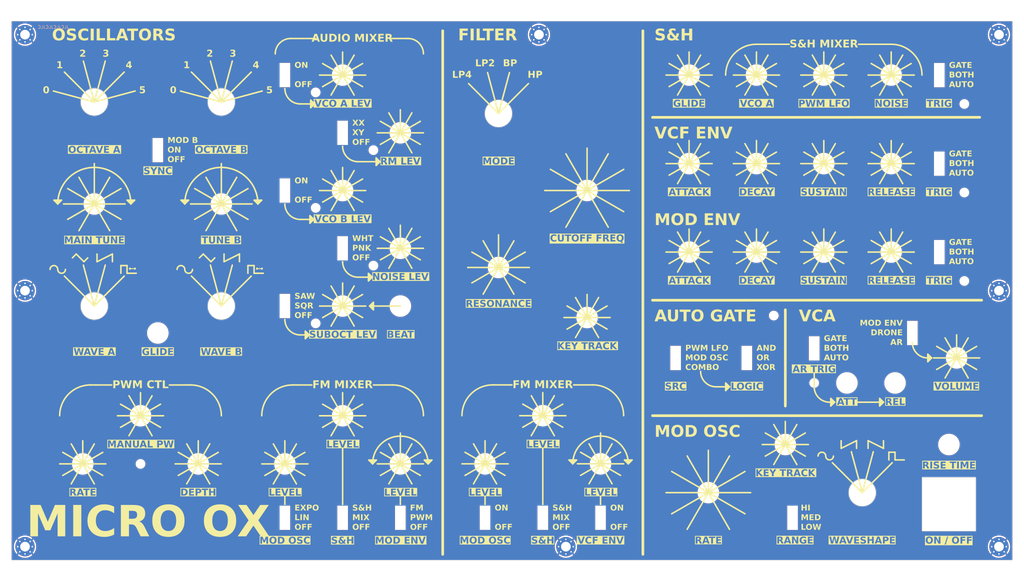
<source format=kicad_pcb>
(kicad_pcb (version 20221018) (generator pcbnew)
  (title_block (title "Micro-Ox front panel") (date "2023-04-23") (rev "0") (comment 1 "creativecommons.org/licenses/by/4.0/") (comment 2 "License: CC by 4.0") (comment 3 "Author: Jordan Aceto"))
  (layers (0 "F.Cu" signal "Top_layer") (31 "B.Cu" signal "Bottom_layer") (34 "B.Paste" user) (35 "F.Paste" user) (36 "B.SilkS" user "B.Silkscreen") (37 "F.SilkS" user "F.Silkscreen") (38 "B.Mask" user) (39 "F.Mask" user) (44 "Edge.Cuts" user))
  (net 0 "")
  (net 1 "GND")
  (footprint "MountingHole:MountingHole_3.2mm_M3_Pad_Via" (layer "F.Cu") (at 51.435 131.445)
    (fp_text reference "H2" hide)
    (fp_text value "MountingHole_Pad" hide)
    (pad "1" thru_hole circle (at -2.4 0) (size 0.8 0.8) (drill 0.5) (layers "*.Cu" "*.Mask") (net 1 "GND"))
    (pad "1" thru_hole circle (at -1.697056 -1.697056) (size 0.8 0.8) (drill 0.5) (layers "*.Cu" "*.Mask") (net 1 "GND"))
    (pad "1" thru_hole circle (at -1.697056 1.697056) (size 0.8 0.8) (drill 0.5) (layers "*.Cu" "*.Mask") (net 1 "GND"))
    (pad "1" thru_hole circle (at 0 -2.4) (size 0.8 0.8) (drill 0.5) (layers "*.Cu" "*.Mask") (net 1 "GND"))
    (pad "1" thru_hole circle (at 0 0) (size 6.4 6.4) (drill 3.2) (layers "*.Cu" "*.Mask") (net 1 "GND"))
    (pad "1" thru_hole circle (at 0 2.4) (size 0.8 0.8) (drill 0.5) (layers "*.Cu" "*.Mask") (net 1 "GND"))
    (pad "1" thru_hole circle (at 1.697056 -1.697056) (size 0.8 0.8) (drill 0.5) (layers "*.Cu" "*.Mask") (net 1 "GND"))
    (pad "1" thru_hole circle (at 1.697056 1.697056) (size 0.8 0.8) (drill 0.5) (layers "*.Cu" "*.Mask") (net 1 "GND"))
    (pad "1" thru_hole circle (at 2.4 0) (size 0.8 0.8) (drill 0.5) (layers "*.Cu" "*.Mask") (net 1 "GND"))
  )
  (footprint "MountingHole:MountingHole_3.2mm_M3_Pad_Via" (layer "F.Cu") (at 220.98 46.99)
    (fp_text reference "H4" hide)
    (fp_text value "MountingHole_Pad" hide)
    (pad "1" thru_hole circle (at -2.4 0) (size 0.8 0.8) (drill 0.5) (layers "*.Cu" "*.Mask") (net 1 "GND"))
    (pad "1" thru_hole circle (at -1.697056 -1.697056) (size 0.8 0.8) (drill 0.5) (layers "*.Cu" "*.Mask") (net 1 "GND"))
    (pad "1" thru_hole circle (at -1.697056 1.697056) (size 0.8 0.8) (drill 0.5) (layers "*.Cu" "*.Mask") (net 1 "GND"))
    (pad "1" thru_hole circle (at 0 -2.4) (size 0.8 0.8) (drill 0.5) (layers "*.Cu" "*.Mask") (net 1 "GND"))
    (pad "1" thru_hole circle (at 0 0) (size 6.4 6.4) (drill 3.2) (layers "*.Cu" "*.Mask") (net 1 "GND"))
    (pad "1" thru_hole circle (at 0 2.4) (size 0.8 0.8) (drill 0.5) (layers "*.Cu" "*.Mask") (net 1 "GND"))
    (pad "1" thru_hole circle (at 1.697056 -1.697056) (size 0.8 0.8) (drill 0.5) (layers "*.Cu" "*.Mask") (net 1 "GND"))
    (pad "1" thru_hole circle (at 1.697056 1.697056) (size 0.8 0.8) (drill 0.5) (layers "*.Cu" "*.Mask") (net 1 "GND"))
    (pad "1" thru_hole circle (at 2.4 0) (size 0.8 0.8) (drill 0.5) (layers "*.Cu" "*.Mask") (net 1 "GND"))
  )
  (footprint "MountingHole:MountingHole_3.2mm_M3_Pad_Via" (layer "F.Cu") (at 51.435 46.99)
    (fp_text reference "H1" hide)
    (fp_text value "MountingHole_Pad" hide)
    (pad "1" thru_hole circle (at -2.4 0) (size 0.8 0.8) (drill 0.5) (layers "*.Cu" "*.Mask") (net 1 "GND"))
    (pad "1" thru_hole circle (at -1.697056 -1.697056) (size 0.8 0.8) (drill 0.5) (layers "*.Cu" "*.Mask") (net 1 "GND"))
    (pad "1" thru_hole circle (at -1.697056 1.697056) (size 0.8 0.8) (drill 0.5) (layers "*.Cu" "*.Mask") (net 1 "GND"))
    (pad "1" thru_hole circle (at 0 -2.4) (size 0.8 0.8) (drill 0.5) (layers "*.Cu" "*.Mask") (net 1 "GND"))
    (pad "1" thru_hole circle (at 0 0) (size 6.4 6.4) (drill 3.2) (layers "*.Cu" "*.Mask") (net 1 "GND"))
    (pad "1" thru_hole circle (at 0 2.4) (size 0.8 0.8) (drill 0.5) (layers "*.Cu" "*.Mask") (net 1 "GND"))
    (pad "1" thru_hole circle (at 1.697056 -1.697056) (size 0.8 0.8) (drill 0.5) (layers "*.Cu" "*.Mask") (net 1 "GND"))
    (pad "1" thru_hole circle (at 1.697056 1.697056) (size 0.8 0.8) (drill 0.5) (layers "*.Cu" "*.Mask") (net 1 "GND"))
    (pad "1" thru_hole circle (at 2.4 0) (size 0.8 0.8) (drill 0.5) (layers "*.Cu" "*.Mask") (net 1 "GND"))
  )
  (footprint "MountingHole:MountingHole_3.2mm_M3_Pad_Via" (layer "F.Cu") (at 372.745 215.9)
    (fp_text reference "H8" hide)
    (fp_text value "MountingHole_Pad" hide)
    (pad "1" thru_hole circle (at -2.4 0) (size 0.8 0.8) (drill 0.5) (layers "*.Cu" "*.Mask") (net 1 "GND"))
    (pad "1" thru_hole circle (at -1.697056 -1.697056) (size 0.8 0.8) (drill 0.5) (layers "*.Cu" "*.Mask") (net 1 "GND"))
    (pad "1" thru_hole circle (at -1.697056 1.697056) (size 0.8 0.8) (drill 0.5) (layers "*.Cu" "*.Mask") (net 1 "GND"))
    (pad "1" thru_hole circle (at 0 -2.4) (size 0.8 0.8) (drill 0.5) (layers "*.Cu" "*.Mask") (net 1 "GND"))
    (pad "1" thru_hole circle (at 0 0) (size 6.4 6.4) (drill 3.2) (layers "*.Cu" "*.Mask") (net 1 "GND"))
    (pad "1" thru_hole circle (at 0 2.4) (size 0.8 0.8) (drill 0.5) (layers "*.Cu" "*.Mask") (net 1 "GND"))
    (pad "1" thru_hole circle (at 1.697056 -1.697056) (size 0.8 0.8) (drill 0.5) (layers "*.Cu" "*.Mask") (net 1 "GND"))
    (pad "1" thru_hole circle (at 1.697056 1.697056) (size 0.8 0.8) (drill 0.5) (layers "*.Cu" "*.Mask") (net 1 "GND"))
    (pad "1" thru_hole circle (at 2.4 0) (size 0.8 0.8) (drill 0.5) (layers "*.Cu" "*.Mask") (net 1 "GND"))
  )
  (footprint "MountingHole:MountingHole_3.2mm_M3_Pad_Via" (layer "F.Cu") (at 229.87 215.9)
    (fp_text reference "H5" hide)
    (fp_text value "MountingHole_Pad" hide)
    (pad "1" thru_hole circle (at -2.4 0) (size 0.8 0.8) (drill 0.5) (layers "*.Cu" "*.Mask") (net 1 "GND"))
    (pad "1" thru_hole circle (at -1.697056 -1.697056) (size 0.8 0.8) (drill 0.5) (layers "*.Cu" "*.Mask") (net 1 "GND"))
    (pad "1" thru_hole circle (at -1.697056 1.697056) (size 0.8 0.8) (drill 0.5) (layers "*.Cu" "*.Mask") (net 1 "GND"))
    (pad "1" thru_hole circle (at 0 -2.4) (size 0.8 0.8) (drill 0.5) (layers "*.Cu" "*.Mask") (net 1 "GND"))
    (pad "1" thru_hole circle (at 0 0) (size 6.4 6.4) (drill 3.2) (layers "*.Cu" "*.Mask") (net 1 "GND"))
    (pad "1" thru_hole circle (at 0 2.4) (size 0.8 0.8) (drill 0.5) (layers "*.Cu" "*.Mask") (net 1 "GND"))
    (pad "1" thru_hole circle (at 1.697056 -1.697056) (size 0.8 0.8) (drill 0.5) (layers "*.Cu" "*.Mask") (net 1 "GND"))
    (pad "1" thru_hole circle (at 1.697056 1.697056) (size 0.8 0.8) (drill 0.5) (layers "*.Cu" "*.Mask") (net 1 "GND"))
    (pad "1" thru_hole circle (at 2.4 0) (size 0.8 0.8) (drill 0.5) (layers "*.Cu" "*.Mask") (net 1 "GND"))
  )
  (footprint "MountingHole:MountingHole_3.2mm_M3_Pad_Via" (layer "F.Cu") (at 372.745 46.99)
    (fp_text reference "H6" hide)
    (fp_text value "MountingHole_Pad" hide)
    (pad "1" thru_hole circle (at -2.4 0) (size 0.8 0.8) (drill 0.5) (layers "*.Cu" "*.Mask") (net 1 "GND"))
    (pad "1" thru_hole circle (at -1.697056 -1.697056) (size 0.8 0.8) (drill 0.5) (layers "*.Cu" "*.Mask") (net 1 "GND"))
    (pad "1" thru_hole circle (at -1.697056 1.697056) (size 0.8 0.8) (drill 0.5) (layers "*.Cu" "*.Mask") (net 1 "GND"))
    (pad "1" thru_hole circle (at 0 -2.4) (size 0.8 0.8) (drill 0.5) (layers "*.Cu" "*.Mask") (net 1 "GND"))
    (pad "1" thru_hole circle (at 0 0) (size 6.4 6.4) (drill 3.2) (layers "*.Cu" "*.Mask") (net 1 "GND"))
    (pad "1" thru_hole circle (at 0 2.4) (size 0.8 0.8) (drill 0.5) (layers "*.Cu" "*.Mask") (net 1 "GND"))
    (pad "1" thru_hole circle (at 1.697056 -1.697056) (size 0.8 0.8) (drill 0.5) (layers "*.Cu" "*.Mask") (net 1 "GND"))
    (pad "1" thru_hole circle (at 1.697056 1.697056) (size 0.8 0.8) (drill 0.5) (layers "*.Cu" "*.Mask") (net 1 "GND"))
    (pad "1" thru_hole circle (at 2.4 0) (size 0.8 0.8) (drill 0.5) (layers "*.Cu" "*.Mask") (net 1 "GND"))
  )
  (footprint "MountingHole:MountingHole_3.2mm_M3_Pad_Via" (layer "F.Cu") (at 51.435 215.9)
    (fp_text reference "H3" hide)
    (fp_text value "MountingHole_Pad" hide)
    (pad "1" thru_hole circle (at -2.4 0) (size 0.8 0.8) (drill 0.5) (layers "*.Cu" "*.Mask") (net 1 "GND"))
    (pad "1" thru_hole circle (at -1.697056 -1.697056) (size 0.8 0.8) (drill 0.5) (layers "*.Cu" "*.Mask") (net 1 "GND"))
    (pad "1" thru_hole circle (at -1.697056 1.697056) (size 0.8 0.8) (drill 0.5) (layers "*.Cu" "*.Mask") (net 1 "GND"))
    (pad "1" thru_hole circle (at 0 -2.4) (size 0.8 0.8) (drill 0.5) (layers "*.Cu" "*.Mask") (net 1 "GND"))
    (pad "1" thru_hole circle (at 0 0) (size 6.4 6.4) (drill 3.2) (layers "*.Cu" "*.Mask") (net 1 "GND"))
    (pad "1" thru_hole circle (at 0 2.4) (size 0.8 0.8) (drill 0.5) (layers "*.Cu" "*.Mask") (net 1 "GND"))
    (pad "1" thru_hole circle (at 1.697056 -1.697056) (size 0.8 0.8) (drill 0.5) (layers "*.Cu" "*.Mask") (net 1 "GND"))
    (pad "1" thru_hole circle (at 1.697056 1.697056) (size 0.8 0.8) (drill 0.5) (layers "*.Cu" "*.Mask") (net 1 "GND"))
    (pad "1" thru_hole circle (at 2.4 0) (size 0.8 0.8) (drill 0.5) (layers "*.Cu" "*.Mask") (net 1 "GND"))
  )
  (footprint "MountingHole:MountingHole_3.2mm_M3_Pad_Via" (layer "F.Cu") (at 372.745 131.445)
    (fp_text reference "H7" hide)
    (fp_text value "MountingHole_Pad" hide)
    (pad "1" thru_hole circle (at -2.4 0) (size 0.8 0.8) (drill 0.5) (layers "*.Cu" "*.Mask") (net 1 "GND"))
    (pad "1" thru_hole circle (at -1.697056 -1.697056) (size 0.8 0.8) (drill 0.5) (layers "*.Cu" "*.Mask") (net 1 "GND"))
    (pad "1" thru_hole circle (at -1.697056 1.697056) (size 0.8 0.8) (drill 0.5) (layers "*.Cu" "*.Mask") (net 1 "GND"))
    (pad "1" thru_hole circle (at 0 -2.4) (size 0.8 0.8) (drill 0.5) (layers "*.Cu" "*.Mask") (net 1 "GND"))
    (pad "1" thru_hole circle (at 0 0) (size 6.4 6.4) (drill 3.2) (layers "*.Cu" "*.Mask") (net 1 "GND"))
    (pad "1" thru_hole circle (at 0 2.4) (size 0.8 0.8) (drill 0.5) (layers "*.Cu" "*.Mask") (net 1 "GND"))
    (pad "1" thru_hole circle (at 1.697056 -1.697056) (size 0.8 0.8) (drill 0.5) (layers "*.Cu" "*.Mask") (net 1 "GND"))
    (pad "1" thru_hole circle (at 1.697056 1.697056) (size 0.8 0.8) (drill 0.5) (layers "*.Cu" "*.Mask") (net 1 "GND"))
    (pad "1" thru_hole circle (at 2.4 0) (size 0.8 0.8) (drill 0.5) (layers "*.Cu" "*.Mask") (net 1 "GND"))
  )
  (gr_line (start 74.295 136.505238) (end 70.679298 123.011254) (stroke (width 0.5)) (layer "F.SilkS"))
  (gr_line (start 358.775 153.640357) (end 354.965 160.239471) (stroke (width 0.5)) (layer "F.SilkS"))
  (gr_line (start 292.735 89.535) (end 288.925 82.935886) (stroke (width 0.5)) (layer "F.SilkS"))
  (gr_line (start 270.51 118.715357) (end 274.32 125.314471) (stroke (width 0.5)) (layer "F.SilkS"))
  (gr_line (start 156.21 136.525) (end 163.83 136.525) (stroke (width 0.5)) (layer "F.SilkS"))
  (gr_line (start 156.21 172.72) (end 160.02 179.319114) (stroke (width 0.5)) (layer "F.SilkS"))
  (gr_arc (start 64.77 124.440238) (mid 63.5 125.710238) (end 62.23 124.440238) (stroke (width 0.5)) (layer "F.SilkS"))
  (gr_arc (start 238.76 162.540238) (mid 245.944227 165.516029) (end 248.92 172.700238) (stroke (width 0.5)) (layer "F.SilkS"))
  (gr_line (start 236.855 140.315238) (end 243.454114 144.125238) (stroke (width 0.5)) (layer "F.SilkS"))
  (gr_line (start 74.295 102.850238) (end 65.496182 97.770238) (stroke (width 0.5)) (layer "F.SilkS"))
  (gr_line (start 292.735 60.325) (end 286.135886 56.515) (stroke (width 0.5)) (layer "F.SilkS"))
  (gr_line (start 241.3 188.575238) (end 237.49 195.174352) (stroke (width 0.5)) (layer "F.SilkS"))
  (gr_line (start 175.26 188.595) (end 179.07 195.194114) (stroke (width 0.5)) (layer "F.SilkS"))
  (gr_line (start 292.735 118.715357) (end 285.115 118.715357) (stroke (width 0.5)) (layer "F.SilkS"))
  (gr_line (start 276.86 198.080476) (end 288.958375 205.065476) (stroke (width 0.5)) (layer "F.SilkS"))
  (gr_line (start 156.204295 60.334881) (end 152.394295 53.735767) (stroke (width 0.5)) (layer "F.SilkS"))
  (gr_line (start 222.25 172.700238) (end 228.849114 168.890238) (stroke (width 0.5)) (layer "F.SilkS"))
  (gr_line (start 236.855 98.405238) (end 222.885 98.405238) (stroke (width 0.5)) (layer "F.SilkS"))
  (gr_line (start 314.96 118.715357) (end 318.77 125.314471) (stroke (width 0.5)) (layer "F.SilkS"))
  (gr_line (start 137.16 188.604881) (end 143.759114 184.794881) (stroke (width 0.5)) (layer "F.SilkS"))
  (gr_line (start 236.855 140.315238) (end 243.454114 136.505238) (stroke (width 0.5)) (layer "F.SilkS"))
  (gr_line (start 108.585 188.595) (end 104.775 195.194114) (stroke (width 0.5)) (layer "F.SilkS"))
  (gr_line (start 74.295 102.850238) (end 83.093818 97.770238) (stroke (width 0.5)) (layer "F.SilkS"))
  (gr_line (start 175.26 188.595) (end 167.64 188.595) (stroke (width 0.5)) (layer "F.SilkS"))
  (gr_line (start 292.735 89.535) (end 286.135886 85.725) (stroke (width 0.5)) (layer "F.SilkS"))
  (gr_line (start 156.21 136.525) (end 162.809114 140.335) (stroke (width 0.5)) (layer "F.SilkS"))
  (gr_line (start 127.762 124.186238) (end 128.016 124.440238) (stroke (width 0.3)) (layer "F.SilkS"))
  (gr_line (start 270.51 89.535) (end 274.32 82.935886) (stroke (width 0.5)) (layer "F.SilkS"))
  (gr_line (start 203.2 188.585119) (end 207.01 195.184233) (stroke (width 0.5)) (layer "F.SilkS"))
  (gr_line (start 175.254295 79.384881) (end 181.853409 83.194881) (stroke (width 0.5)) (layer "F.SilkS"))
  (gr_line (start 236.855 140.315238) (end 230.255886 136.505238) (stroke (width 0.5)) (layer "F.SilkS"))
  (gr_line (start 156.21 98.425) (end 163.83 98.425) (stroke (width 0.5)) (layer "F.SilkS"))
  (gr_line (start 74.295 102.850238) (end 64.135 102.850238) (stroke (width 0.5)) (layer "F.SilkS"))
  (gr_line (start 337.185 89.535) (end 333.375 96.134114) (stroke (width 0.5)) (layer "F.SilkS"))
  (gr_line (start 236.855 98.405238) (end 224.756625 91.420238) (stroke (width 0.5)) (layer "F.SilkS"))
  (gr_line (start 337.185 60.325) (end 344.805 60.325) (stroke (width 0.5)) (layer "F.SilkS"))
  (gr_line (start 302.26 182.215357) (end 306.07 175.616243) (stroke (width 0.5)) (layer "F.SilkS"))
  (gr_line (start 314.96 118.715357) (end 307.34 118.715357) (stroke (width 0.5)) (layer "F.SilkS"))
  (gr_line (start 292.735 118.715357) (end 296.545 125.314471) (stroke (width 0.5)) (layer "F.SilkS"))
  (gr_line (start 137.16 188.604881) (end 140.97 182.005767) (stroke (width 0.5)) (layer "F.SilkS"))
  (gr_line (start 276.86 198.080476) (end 264.761625 191.095476) (stroke (width 0.5)) (layer "F.SilkS"))
  (gr_line (start 207.645 123.805238) (end 198.846182 118.725238) (stroke (width 0.5)) (layer "F.SilkS"))
  (gr_line (start 89.535 172.72) (end 85.725 179.319114) (stroke (width 0.5)) (layer "F.SilkS"))
  (gr_line (start 156.21 172.72) (end 156.21 165.1) (stroke (width 0.5)) (layer "F.SilkS"))
  (gr_line (start 292.735 89.535) (end 296.545 82.935886) (stroke (width 0.5)) (layer "F.SilkS"))
  (gr_line (start 270.51 118.715357) (end 263.910886 114.905357) (stroke (width 0.5)) (layer "F.SilkS"))
  (gr_line (start 156.204295 60.334881) (end 152.394295 66.933995) (stroke (width 0.5)) (layer "F.SilkS"))
  (gr_line (start 241.3 188.575238) (end 237.49 181.976124) (stroke (width 0.5)) (layer "F.SilkS"))
  (gr_arc (start 161.289998 88.900002) (mid 157.697889 87.412105) (end 156.209998 83.820002) (stroke (width 0.5)) (layer "F.SilkS"))
  (gr_line (start 236.855 140.315238) (end 240.665 133.716124) (stroke (width 0.5)) (layer "F.SilkS"))
  (gr_line (start 270.51 89.535) (end 274.32 96.134114) (stroke (width 0.5)) (layer "F.SilkS"))
  (gr_line (start 314.96 89.535) (end 307.34 89.535) (stroke (width 0.5)) (layer "F.SilkS"))
  (gr_line (start 349.25 153.640358) (end 350.52 153.640356) (stroke (width 0.5)) (layer "F.SilkS"))
  (gr_line (start 116.205 136.505238) (end 112.589298 123.011254) (stroke (width 0.5)) (layer "F.SilkS"))
  (gr_line (start 222.25 172.700238) (end 222.25 165.080238) (stroke (width 0.5)) (layer "F.SilkS"))
  (gr_line (start 337.185 118.715357) (end 344.805 118.715357) (stroke (width 0.5)) (layer "F.SilkS"))
  (gr_line (start 302.26 182.215357) (end 298.45 175.616243) (stroke (width 0.5)) (layer "F.SilkS"))
  (gr_line (start 156.21 98.425) (end 162.809114 94.615) (stroke (width 0.5)) (layer "F.SilkS"))
  (gr_line (start 314.96 118.715357) (end 311.15 112.116243) (stroke (width 0.5)) (layer "F.SilkS"))
  (gr_poly (pts (xy 167.259 90.17) (xy 167.259 87.63) (xy 168.529 88.9)) (stroke (width 0.508)) (fill solid) (layer "F.SilkS"))
  (gr_line (start 117.094 121.900238) (end 117.094 119.360238) (stroke (width 0.5)) (layer "F.SilkS"))
  (gr_line (start 87.884 124.186238) (end 87.63 124.440238) (stroke (width 0.3)) (layer "F.SilkS"))
  (gr_line (start 70.485 188.595) (end 70.485 180.975) (stroke (width 0.5)) (layer "F.SilkS"))
  (gr_line (start 302.26 182.215357) (end 306.07 188.814471) (stroke (width 0.5)) (layer "F.SilkS"))
  (gr_line (start 314.96 89.535) (end 311.15 96.134114) (stroke (width 0.5)) (layer "F.SilkS"))
  (gr_line (start 207.645 123.805238) (end 216.443818 128.885238) (stroke (width 0.5)) (layer "F.SilkS"))
  (gr_line (start 337.185 89.535) (end 333.375 82.935886) (stroke (width 0.5)) (layer "F.SilkS"))
  (gr_line (start 137.16 188.604881) (end 129.54 188.604881) (stroke (width 0.5)) (layer "F.SilkS"))
  (gr_line (start 236.855 140.315238) (end 236.855 132.695238) (stroke (width 0.5)) (layer "F.SilkS"))
  (gr_poly (pts (xy 164.719 128.270001) (xy 164.719 125.730001) (xy 165.989 127.000001)) (stroke (width 0.508)) (fill solid) (layer "F.SilkS"))
  (gr_line (start 175.254295 79.384881) (end 168.655181 83.194881) (stroke (width 0.5)) (layer "F.SilkS"))
  (gr_line (start 236.855 98.405238) (end 224.756625 105.390238) (stroke (width 0.5)) (layer "F.SilkS"))
  (gr_line (start 329.565 180.935476) (end 334.645 183.475476) (stroke (width 0.5)) (layer "F.SilkS"))
  (gr_line (start 205.74 162.540238) (end 212.084295 162.550119) (stroke (width 0.5)) (layer "F.SilkS"))
  (gr_line (start 116.19359 69.205119) (end 106.315308 59.326837) (stroke (width 0.5)) (layer "F.SilkS"))
  (gr_line (start 270.51 60.325) (end 263.910886 64.135) (stroke (width 0.5)) (layer "F.SilkS"))
  (gr_line (start 137.16 188.604881) (end 133.35 182.005767) (stroke (width 0.5)) (layer "F.SilkS"))
  (gr_line (start 124.968 125.710238) (end 124.968 123.170238) (stroke (width 0.5)) (layer "F.SilkS"))
  (gr_line (start 241.3 188.575238) (end 241.3 178.415238) (stroke (width 0.5)) (layer "F.SilkS"))
  (gr_line (start 241.3 188.575238) (end 234.700886 192.385238) (stroke (width 0.5)) (layer "F.SilkS"))
  (gr_line (start 327.654295 198.090357) (end 317.776013 188.212075) (stroke (width 0.5)) (layer "F.SilkS"))
  (gr_line (start 156.21 136.525) (end 149.610886 132.715) (stroke (width 0.5)) (layer "F.SilkS"))
  (gr_line (start 175.26 188.595) (end 179.07 181.995886) (stroke (width 0.5)) (layer "F.SilkS"))
  (gr_line (start 116.199295 69.195238) (end 112.583593 55.701254) (stroke (width 0.5)) (layer "F.SilkS"))
  (gr_line (start 175.26 117.475) (end 181.859114 121.285) (stroke (width 0.5)) (layer "F.SilkS"))
  (gr_line (start 320.675 183.475476) (end 325.755 180.935476) (stroke (width 0.5)) (layer "F.SilkS"))
  (gr_line (start 156.21 98.425) (end 149.610886 94.615) (stroke (width 0.5)) (layer "F.SilkS"))
  (gr_line (start 108.585 188.595) (end 112.395 181.995886) (stroke (width 0.5)) (layer "F.SilkS"))
  (gr_line (start 117.094 121.900238) (end 122.174 119.360238) (stroke (width 0.5)) (layer "F.SilkS"))
  (gr_line (start 74.28359 69.205119) (end 64.405308 59.326837) (stroke (width 0.5)) (layer "F.SilkS"))
  (gr_line (start 314.96 89.535) (end 308.360886 93.345) (stroke (width 0.5)) (layer "F.SilkS"))
  (gr_line (start 292.735 118.715357) (end 296.545 112.116243) (stroke (width 0.5)) (layer "F.SilkS"))
  (gr_line (start 139.7 162.56) (end 146.044295 162.569881) (stroke (width 0.5)) (layer "F.SilkS"))
  (gr_line (start 89.535 172.72) (end 81.915 172.72) (stroke (width 0.5)) (layer "F.SilkS"))
  (gr_arc (start 166.101484 188.595) (mid 175.26 179.436484) (end 184.418516 188.595) (stroke (width 0.508)) (layer "F.SilkS"))
  (gr_line (start 337.185 60.325) (end 340.995 53.725886) (stroke (width 0.5)) (layer "F.SilkS"))
  (gr_line (start 175.26 117.475) (end 181.859114 113.665) (stroke (width 0.5)) (layer "F.SilkS"))
  (gr_line (start 314.96 118.715357) (end 321.559114 114.905357) (stroke (width 0.5)) (layer "F.SilkS"))
  (gr_line (start 241.3 188.575238) (end 233.68 188.575238) (stroke (width 0.5)) (layer "F.SilkS"))
  (gr_line (start 292.735 60.325) (end 285.115 60.325) (stroke (width 0.5)) (layer "F.SilkS"))
  (gr_line (start 142.239998 146.050002) (end 144.78 146.05) (stroke (width 0.5)) (layer "F.SilkS"))
  (gr_line (start 175.254295 79.384881) (end 168.655181 75.574881) (stroke (width 0.5)) (layer "F.SilkS"))
  (gr_line (start 203.2 188.585119) (end 210.82 188.585119) (stroke (width 0.5)) (layer "F.SilkS"))
  (gr_line (start 156.204295 60.334881) (end 160.014295 66.933995) (stroke (width 0.5)) (layer "F.SilkS"))
  (gr_line (start 358.775 153.640357) (end 351.155 153.640357) (stroke (width 0.5)) (layer "F.SilkS"))
  (gr_line (start 270.51 60.325) (end 270.51 52.705) (stroke (width 0.5)) (layer "F.SilkS"))
  (gr_arc (start 177.8 48.26) (mid 181.392096 49.747899) (end 182.88 53.34) (stroke (width 0.5)) (layer "F.SilkS"))
  (gr_line (start 314.96 60.325) (end 311.15 53.725886) (stroke (width 0.5)) (layer "F.SilkS"))
  (gr_line (start 156.21 136.525) (end 148.59 136.525) (stroke (width 0.5)) (layer "F.SilkS"))
  (gr_line (start 302.26 182.215357) (end 308.859114 186.025357) (stroke (width 0.5)) (layer "F.SilkS"))
  (gr_line (start 276.86 198.080476) (end 262.89 198.080476) (stroke (width 0.5)) (layer "F.SilkS"))
  (gr_line (start 175.26 117.475) (end 182.88 117.475) (stroke (width 0.5)) (layer "F.SilkS"))
  (gr_line (start 207.645 123.805238) (end 212.725 115.00642) (stroke (width 0.5)) (layer "F.SilkS"))
  (gr_line (start 270.51 118.715357) (end 274.32 112.116243) (stroke (width 0.5)) (layer "F.SilkS"))
  (gr_line (start 276.86 198.080476) (end 288.958375 191.095476) (stroke (width 0.5)) (layer "F.SilkS"))
  (gr_line (start 75.184 121.900238) (end 80.264 119.360238) (stroke (width 0.5)) (layer "F.SilkS"))
  (gr_line (start 67.056 120.630238) (end 68.326 119.360238) (stroke (width 0.5)) (layer "F.SilkS"))
  (gr_line (start 116.205 102.850238) (end 126.365 102.850238) (stroke (width 0.5)) (layer "F.SilkS"))
  (gr_line (start 314.96 118.715357) (end 311.15 125.314471) (stroke (width 0.5)) (layer "F.SilkS"))
  (gr_line (start 175.26 188.595) (end 181.859114 184.785) (stroke (width 0.5)) (layer "F.SilkS"))
  (gr_line (start 156.21 172.72) (end 160.02 166.120886) (stroke (width 0.5)) (layer "F.SilkS"))
  (gr_line (start 292.735 118.715357) (end 286.135886 122.525357) (stroke (width 0.5)) (layer "F.SilkS"))
  (gr_line (start 156.21 98.425) (end 152.4 105.024114) (stroke (width 0.5)) (layer "F.SilkS"))
  (gr_line (start 70.485 188.595) (end 77.084114 192.405) (stroke (width 0.5)) (layer "F.SilkS"))
  (gr_line (start 258.445 74.275238) (end 366.395 74.265357) (stroke (width 0.889)) (layer "F.SilkS"))
  (gr_line (start 207.645 123.805238) (end 202.565 115.00642) (stroke (width 0.5)) (layer "F.SilkS"))
  (gr_line (start 116.205 102.850238) (end 106.045 102.850238) (stroke (width 0.5)) (layer "F.SilkS"))
  (gr_line (start 129.794 124.186238) (end 129.54 124.440238) (stroke (width 0.3)) (layer "F.SilkS"))
  (gr_line (start 358.775 153.640357) (end 362.585 147.041243) (stroke (width 0.5)) (layer "F.SilkS"))
  (gr_line (start 108.585 188.595) (end 101.985886 184.785) (stroke (width 0.5)) (layer "F.SilkS"))
  (gr_line (start 270.51 118.715357) (end 266.7 112.116243) (stroke (width 0.5)) (layer "F.SilkS"))
  (gr_line (start 108.585 188.595) (end 116.205 188.595) (stroke (width 0.5)) (layer "F.SilkS"))
  (gr_line (start 236.855 140.315238) (end 244.475 140.315238) (stroke (width 0.5)) (layer "F.SilkS"))
  (gr_poly (pts (xy 102.87 101.580238) (xy 105.41 101.580238) (xy 104.14 102.850238)) (stroke (width 0.508)) (fill solid) (layer "F.SilkS"))
  (gr_line (start 236.855 98.405238) (end 243.84 86.306863) (stroke (width 0.5)) (layer "F.SilkS"))
  (gr_poly (pts (xy 85.09 101.580238) (xy 87.63 101.580238) (xy 86.36 102.850238)) (stroke (width 0.508)) (fill solid) (layer "F.SilkS"))
  (gr_line (start 74.295 102.850238) (end 65.496182 107.930238) (stroke (width 0.5)) (layer "F.SilkS"))
  (gr_line (start 292.735 89.535) (end 288.925 96.134114) (stroke (width 0.5)) (layer "F.SilkS"))
  (gr_line (start 74.295 102.850238) (end 69.215 94.05142) (stroke (width 0.5)) (layer "F.SilkS"))
  (gr_arc (start 106.045 162.56) (mid 113.229198 165.535796) (end 116.205 172.72) (stroke (width 0.5)) (layer "F.SilkS"))
  (gr_line (start 175.26 117.475) (end 167.64 117.475) (stroke (width 0.5)) (layer "F.SilkS"))
  (gr_line (start 337.185 89.535) (end 344.805 89.535) (stroke (width 0.5)) (layer "F.SilkS"))
  (gr_line (start 270.51 89.535) (end 277.109114 85.725) (stroke (width 0.5)) (layer "F.SilkS"))
  (gr_line (start 203.2 188.585119) (end 199.39 195.184233) (stroke (width 0.5)) (layer "F.SilkS"))
  (gr_line (start 177.8 48.26) (end 172.085 48.26) (stroke (width 0.5)) (layer "F.SilkS"))
  (gr_line (start 358.775 153.640357) (end 352.175886 157.450357) (stroke (width 0.5)) (layer "F.SilkS"))
  (gr_line (start 270.51 118.715357) (end 277.109114 114.905357) (stroke (width 0.5)) (layer "F.SilkS"))
  (gr_line (start 337.185 118.715357) (end 337.185 111.095357) (stroke (width 0.5)) (layer "F.SilkS"))
  (gr_line (start 337.185 60.325) (end 333.375 66.924114) (stroke (width 0.5)) (layer "F.SilkS"))
  (gr_line (start 175.254295 79.384881) (end 171.444295 85.983995) (stroke (width 0.5)) (layer "F.SilkS"))
  (gr_line (start 89.535 172.72) (end 96.134114 168.91) (stroke (width 0.5)) (layer "F.SilkS"))
  (gr_line (start 156.21 136.525) (end 160.02 143.124114) (stroke (width 0.5)) (layer "F.SilkS"))
  (gr_line (start 70.485 188.595) (end 78.105 188.595) (stroke (width 0.5)) (layer "F.SilkS"))
  (gr_line (start 137.16 188.604881) (end 133.35 195.203995) (stroke (width 0.5)) (layer "F.SilkS"))
  (gr_line (start 337.185 60.325) (end 333.375 53.725886) (stroke (width 0.5)) (layer "F.SilkS"))
  (gr_poly (pts (xy 183.148516 187.325) (xy 185.688516 187.325) (xy 184.418516 188.595)) (stroke (width 0.508)) (fill solid) (layer "F.SilkS"))
  (gr_line (start 292.735 50.165) (end 303.53 50.165) (stroke (width 0.5)) (layer "F.SilkS"))
  (gr_line (start 68.326 119.360238) (end 70.866 121.900238) (stroke (width 0.5)) (layer "F.SilkS"))
  (gr_line (start 292.735 118.715357) (end 299.334114 122.525357) (stroke (width 0.5)) (layer "F.SilkS"))
  (gr_line (start 203.2 188.585119) (end 195.58 188.585119) (stroke (width 0.5)) (layer "F.SilkS"))
  (gr_line (start 358.775 153.640357) (end 354.965 147.041243) (stroke (width 0.5)) (layer "F.SilkS"))
  (gr_arc (start 101.6 124.440238) (mid 102.87 123.170238) (end 104.14 124.440238) (stroke (width 0.5)) (layer "F.SilkS"))
  (gr_line (start 314.96 89.535) (end 311.15 82.935886) (stroke (width 0.5)) (layer "F.SilkS"))
  (gr_line (start 207.645 123.805238) (end 202.565 132.604056) (stroke (width 0.5)) (layer "F.SilkS"))
  (gr_line (start 156.21 98.425) (end 162.809114 102.235) (stroke (width 0.5)) (layer "F.SilkS"))
  (gr_line (start 270.51 89.535) (end 262.89 89.535) (stroke (width 0.5)) (layer "F.SilkS"))
  (gr_line (start 270.51 60.325) (end 266.7 53.725886) (stroke (width 0.5)) (layer "F.SilkS"))
  (gr_line (start 236.855 98.405238) (end 248.953375 91.420238) (stroke (width 0.5)) (layer "F.SilkS"))
  (gr_line (start 314.96 89.535) (end 318.77 82.935886) (stroke (width 0.5)) (layer "F.SilkS"))
  (gr_line (start 314.96 89.535) (end 322.58 89.535) (stroke (width 0.5)) (layer "F.SilkS"))
  (gr_line (start 203.2 188.585119) (end 199.39 181.986005) (stroke (width 0.5)) (layer "F.SilkS"))
  (gr_line (start 116.205 102.850238) (end 107.406182 107.930238) (stroke (width 0.5)) (layer "F.SilkS"))
  (gr_line (start 175.254295 79.384881) (end 181.853409 75.574881) (stroke (width 0.5)) (layer "F.SilkS"))
  (gr_line (start 222.25 172.700238) (end 215.650886 176.510238) (stroke (width 0.5)) (layer "F.SilkS"))
  (gr_line (start 203.2 188.585119) (end 196.600886 192.395119) (stroke (width 0.5)) (layer "F.SilkS"))
  (gr_line (start 175.254295 79.384881) (end 167.634295 79.384881) (stroke (width 0.5)) (layer "F.SilkS"))
  (gr_line (start 236.855 98.405238) (end 229.87 110.503613) (stroke (width 0.5)) (layer "F.SilkS"))
  (gr_line (start 270.51 60.325) (end 263.910886 56.515) (stroke (width 0.5)) (layer "F.SilkS"))
  (gr_line (start 207.645 123.805238) (end 212.725 132.604056) (stroke (width 0.5)) (layer "F.SilkS"))
  (gr_line (start 337.185 118.715357) (end 333.375 112.116243) (stroke (width 0.5)) (layer "F.SilkS"))
  (gr_line (start 175.26 117.475) (end 168.660886 121.285) (stroke (width 0.5)) (layer "F.SilkS"))
  (gr_line (start 207.639295 73.005238) (end 217.517577 63.126956) (stroke (width 0.5)) (layer "F.SilkS"))
  (gr_line (start 276.86 198.080476) (end 276.86 184.110476) (stroke (width 0.5)) (layer "F.SilkS"))
  (gr_line (start 203.2 188.585119) (end 196.600886 184.775119) (stroke (width 0.5)) (layer "F.SilkS"))
  (gr_line (start 314.96 89.535) (end 321.559114 93.345) (stroke (width 0.5)) (layer "F.SilkS"))
  (gr_line (start 89.535 172.72) (end 93.345 166.120886) (stroke (width 0.5)) (layer "F.SilkS"))
  (gr_line (start 74.289295 69.195238) (end 77.904997 55.701255) (stroke (width 0.5)) (layer "F.SilkS"))
  (gr_line (start 207.645 123.805238) (end 198.846182 128.885238) (stroke (width 0.5)) (layer "F.SilkS"))
  (gr_line (start 292.735 60.325) (end 292.735 52.705) (stroke (width 0.5)) (layer "F.SilkS"))
  (gr_line (start 292.735 118.715357) (end 288.925 112.116243) (stroke (width 0.5)) (layer "F.SilkS"))
  (gr_line (start 75.184 121.900238) (end 75.184 119.360238) (stroke (width 0.5)) (layer "F.SilkS"))
  (gr_line (start 165.1 136.525) (end 175.26 136.525) (stroke (width 0.5)) (layer "F.SilkS"))
  (gr_line (start 203.2 188.585119) (end 209.799114 192.395119) (stroke (width 0.5)) (layer "F.SilkS"))
  (gr_line (start 314.96 118.715357) (end 308.360886 114.905357) (stroke (width 0.5)) (layer "F.SilkS"))
  (gr_line (start 74.289295 136.515119) (end 84.167577 126.636837) (stroke (width 0.5)) (layer "F.SilkS"))
  (gr_line (start 156.21 172.72) (end 152.4 179.319114) (stroke (width 0.5)) (layer "F.SilkS"))
  (gr_line (start 337.185 89.535) (end 329.565 89.535) (stroke (width 0.5)) (layer "F.SilkS"))
  (gr_line (start 175.254295 79.384881) (end 179.064295 85.983995) (stroke (width 0.5)) (layer "F.SilkS"))
  (gr_line (start 314.96 60.325) (end 321.559114 56.515) (stroke (width 0.5)) (layer "F.SilkS"))
  (gr_line (start 337.185 118.715357) (end 343.784114 122.525357) (stroke (width 0.5)) (layer "F.SilkS"))
  (gr_line (start 276.86 198.080476) (end 269.875 210.178851) (stroke (width 0.5)) (layer "F.SilkS"))
  (gr_line (start 74.295 102.850238) (end 79.375 94.05142) (stroke (width 0.5)) (layer "F.SilkS"))
  (gr_line (start 156.21 98.425) (end 156.21 90.805) (stroke (width 0.5)) (layer "F.SilkS"))
  (gr_line (start 74.295 102.850238) (end 69.215 111.649056) (stroke (width 0.5)) (layer "F.SilkS"))
  (gr_arc (start 62.865 172.72) (mid 65.840795 165.535796) (end 73.025 162.56) (stroke (width 0.5)) (layer "F.SilkS"))
  (gr_line (start 112.776 121.900238) (end 114.046 120.630238) (stroke (width 0.5)) (layer "F.SilkS"))
  (gr_line (start 314.96 60.325) (end 322.58 60.325) (stroke (width 0.5)) (layer "F.SilkS"))
  (gr_line (start 292.735 89.535) (end 299.334114 93.345) (stroke (width 0.5)) (layer "F.SilkS"))
  (gr_poly (pts (xy 127 101.580238) (xy 129.54 101.580238) (xy 128.27 102.850238)) (stroke (width 0.508)) (fill solid) (layer "F.SilkS"))
  (gr_line (start 116.205 102.850238) (end 111.125 111.649056) (stroke (width 0.5)) (layer "F.SilkS"))
  (gr_line (start 175.254295 79.384881) (end 182.874295 79.384881) (stroke (width 0.5)) (layer "F.SilkS"))
  (gr_line (start 292.735 118.715357) (end 299.334114 114.905357) (stroke (width 0.5)) (layer "F.SilkS"))
  (gr_line (start 314.96 89.535) (end 321.559114 85.725) (stroke (width 0.5)) (layer "F.SilkS"))
  (gr_line (start 85.852 124.186238) (end 87.884 124.186238) (stroke (width 0.3)) (layer "F.SilkS"))
  (gr_line (start 292.735 60.325) (end 288.925 53.725886) (stroke (width 0.5)) (layer "F.SilkS"))
  (gr_line (start 73.025 162.56) (end 80.01 162.569883) (stroke (width 0.5)) (layer "F.SilkS"))
  (gr_line (start 302.26 182.215357) (end 298.45 188.814471) (stroke (width 0.5)) (layer "F.SilkS"))
  (gr_line (start 337.185 118.715357) (end 340.995 112.116243) (stroke (width 0.5)) (layer "F.SilkS"))
  (gr_line (start 129.794 124.186238) (end 129.54 123.932238) (stroke (width 0.3)) (layer "F.SilkS"))
  (gr_line (start 270.51 118.715357) (end 270.51 111.095357) (stroke (width 0.5)) (layer "F.SilkS"))
  (gr_line (start 302.26 182.215357) (end 295.660886 186.025357) (stroke (width 0.5)) (layer "F.SilkS"))
  (gr_line (start 338.455 187.285476) (end 341.503 187.285476) (stroke (width 0.5)) (layer "F.SilkS"))
  (gr_line (start 207.645 123.805238) (end 217.805 123.805238) (stroke (width 0.5)) (layer "F.SilkS"))
  (gr_line (start 314.96 89.535) (end 318.77 96.134114) (stroke (width 0.5)) (layer "F.SilkS"))
  (gr_line (start 207.645 72.995357) (end 211.260702 59.501374) (stroke (width 0.5)) (layer "F.SilkS"))
  (gr_line (start 85.09 125.710238) (end 88.138 125.710238) (stroke (width 0.5)) (layer "F.SilkS"))
  (gr_line (start 156.21 98.425) (end 160.02 91.825886) (stroke (width 0.5)) (layer "F.SilkS"))
  (gr_line (start 189.23 45.72) (end 189.23 218.44) (stroke (width 0.889)) (layer "F.SilkS"))
  (gr_arc (start 62.23 102.850238) (mid 74.295 90.785238) (end 86.36 102.850238) (stroke (width 0.508)) (layer "F.SilkS"))
  (gr_line (start 116.199295 69.195238) (end 119.814997 55.701255) (stroke (width 0.5)) (layer "F.SilkS"))
  (gr_arc (start 337.185 50.165) (mid 344.369185 53.140799) (end 347.345 60.325) (stroke (width 0.5)) (layer "F.SilkS"))
  (gr_line (start 270.51 89.535) (end 263.910886 93.345) (stroke (width 0.5)) (layer "F.SilkS"))
  (gr_line (start 108.585 188.595) (end 115.184114 184.785) (stroke (width 0.5)) (layer "F.SilkS"))
  (gr_line (start 292.735 60.325) (end 296.545 53.725886) (stroke (width 0.5)) (layer "F.SilkS"))
  (gr_line (start 203.2 201.920119) (end 203.2 199.370238) (stroke (width 0.5)) (layer "F.SilkS"))
  (gr_arc (start 142.239998 107.950002) (mid 138.647889 106.462105) (end 137.159998 102.870002) (stroke (width 0.5)) (layer "F.SilkS"))
  (gr_line (start 156.204295 60.334881) (end 160.014295 53.735767) (stroke (width 0.5)) (layer "F.SilkS"))
  (gr_line (start 74.295 102.850238) (end 79.375 111.649056) (stroke (width 0.5)) (layer "F.SilkS"))
  (gr_line (start 311.785 163.165359) (end 311.785 158.720357) (stroke (width 0.5)) (layer "F.SilkS"))
  (gr_line (start 314.96 118.715357) (end 322.58 118.715357) (stroke (width 0.5)) (layer "F.SilkS"))
  (gr_line (start 314.96 118.715357) (end 314.96 111.095357) (stroke (width 0.5)) (layer "F.SilkS"))
  (gr_poly (pts (xy 145.415 109.22) (xy 145.415 106.68) (xy 146.685 107.95)) (stroke (width 0.508)) (fill solid) (layer "F.SilkS"))
  (gr_line (start 156.21 172.72) (end 162.809114 176.53) (stroke (width 0.5)) (layer "F.SilkS"))
  (gr_line (start 314.96 60.325) (end 318.77 53.725886) (stroke (width 0.5)) (layer "F.SilkS"))
  (gr_line (start 222.25 172.700238) (end 218.44 166.101124) (stroke (width 0.5)) (layer "F.SilkS"))
  (gr_line (start 89.535 172.72) (end 82.935886 168.91) (stroke (width 0.5)) (layer "F.SilkS"))
  (gr_line (start 137.16 201.93) (end 137.16 199.39) (stroke (width 0.5)) (layer "F.SilkS"))
  (gr_line (start 241.3 201.920119) (end 241.3 199.370238) (stroke (width 0.5)) (layer "F.SilkS"))
  (gr_line (start 222.25 172.700238) (end 229.87 172.700238) (stroke (width 0.5)) (layer "F.SilkS"))
  (gr_line (start 302.26 137.765357) (end 302.26 169.515357) (stroke (width 0.889)) (layer "F.SilkS"))
  (gr_line (start 127.762 124.186238) (end 129.794 124.186238) (stroke (width 0.3)) (layer "F.SilkS"))
  (gr_line (start 302.26 182.215357) (end 294.64 182.215357) (stroke (width 0.5)) (layer "F.SilkS"))
  (gr_line (start 222.25 172.700238) (end 215.650886 168.890238) (stroke (width 0.5)) (layer "F.SilkS"))
  (gr_line (start 337.185 118.715357) (end 333.375 125.314471) (stroke (width 0.5)) (layer "F.SilkS"))
  (gr_line (start 302.26 182.215357) (end 308.859114 178.405357) (stroke (width 0.5)) (layer "F.SilkS"))
  (gr_line (start 358.775 153.640357) (end 362.585 160.239471) (stroke (width 0.5)) (layer "F.SilkS"))
  (gr_line (start 74.295 102.850238) (end 84.455 102.850238) (stroke (width 0.5)) (layer "F.SilkS"))
  (gr_line (start 270.51 89.535) (end 266.7 82.935886) (stroke (width 0.5)) (layer "F.SilkS"))
  (gr_line (start 292.735 60.325) (end 296.545 66.924114) (stroke (width 0.5)) (layer "F.SilkS"))
  (gr_line (start 292.735 89.535) (end 300.355 89.535) (stroke (width 0.5)) (layer "F.SilkS"))
  (gr_line (start 85.852 124.186238) (end 86.106 124.440238) (stroke (width 0.3)) (layer "F.SilkS"))
  (gr_line (start 175.26 117.475) (end 171.45 124.074114) (stroke (width 0.5)) (layer "F.SilkS"))
  (gr_line (start 203.2 188.585119) (end 209.799114 184.775119) (stroke (width 0.5)) (layer "F.SilkS"))
  (gr_poly (pts (xy 349.25 154.910356) (xy 349.25 152.370356) (xy 350.52 153.640356)) (stroke (width 0.508)) (fill solid) (layer "F.SilkS"))
  (gr_line (start 156.204295 60.334881) (end 162.803409 64.144881) (stroke (width 0.5)) (layer "F.SilkS"))
  (gr_line (start 116.205 102.850238) (end 107.406182 97.770238) (stroke (width 0.5)) (layer "F.SilkS"))
  (gr_arc (start 316.865 168.245359) (mid 313.272919 166.757458) (end 311.785 163.165359) (stroke (width 0.5)) (layer "F.SilkS"))
  (gr_line (start 314.96 118.715357) (end 318.77 112.116243) (stroke (width 0.5)) (layer "F.SilkS"))
  (gr_line (start 314.96 60.325) (end 311.15 66.924114) (stroke (width 0.5)) (layer "F.SilkS"))
  (gr_line (start 137.16 188.604881) (end 144.78 188.604881) (stroke (width 0.5)) (layer "F.SilkS"))
  (gr_line (start 337.185 60.325) (end 330.585886 64.135) (stroke (width 0.5)) (layer "F.SilkS"))
  (gr_line (start 156.21 172.72) (end 152.4 166.120886) (stroke (width 0.5)) (layer "F.SilkS"))
  (gr_line (start 175.26 188.595) (end 171.45 195.194114) (stroke (width 0.5)) (layer "F.SilkS"))
  (gr_arc (start 129.54 172.72) (mid 132.515795 165.535796) (end 139.7 162.56) (stroke (width 0.5)) (layer "F.SilkS"))
  (gr_line (start 142.239998 69.850002) (end 146.367499 69.850001) (stroke (width 0.5)) (layer "F.SilkS"))
  (gr_line (start 156.204295 60.334881) (end 148.584295 60.334881) (stroke (width 0.5)) (layer "F.SilkS"))
  (gr_line (start 156.21 172.72) (end 162.809114 168.91) (stroke (width 0.5)) (layer "F.SilkS"))
  (gr_line (start 276.86 198.080476) (end 283.845 210.178851) (stroke (width 0.5)) (layer "F.SilkS"))
  (gr_line (start 337.185 89.535) (end 340.995 96.134114) (stroke (width 0.5)) (layer "F.SilkS"))
  (gr_line (start 358.775 153.640357) (end 365.374114 157.450357) (stroke (width 0.5)) (layer "F.SilkS"))
  (gr_line (start 276.86 198.080476) (end 290.83 198.080476) (stroke (width 0.5)) (layer "F.SilkS"))
  (gr_line (start 258.445 172.690357) (end 367.03 172.690357) (stroke (width 0.889)) (layer "F.SilkS"))
  (gr_line (start 175.26 188.595) (end 171.45 181.995886) (stroke (width 0.5)) (layer "F.SilkS"))
  (gr_line (start 156.21 172.72) (end 149.610886 168.91) (stroke (width 0.5)) (layer "F.SilkS"))
  (gr_line (start 175.26 188.595) (end 182.88 188.595) (stroke (width 0.5)) (layer "F.SilkS"))
  (gr_line (start 316.865 168.245359) (end 318.516 168.245357) (stroke (width 0.5)) (layer "F.SilkS"))
  (gr_line (start 236.855 140.315238) (end 230.255886 144.125238) (stroke (width 0.5)) (layer "F.SilkS"))
  (gr_line (start 258.445 134.600238) (end 367.03 134.590357) (stroke (width 0.889)) (layer "F.SilkS"))
  (gr_line (start 292.735 89.535) (end 292.735 81.915) (stroke (width 0.5)) (layer "F.SilkS"))
  (gr_line (start 358.775 153.640357) (end 358.775 146.020357) (stroke (width 0.5)) (layer "F.SilkS"))
  (gr_line (start 156.204295 60.334881) (end 149.605181 56.524881) (stroke (width 0.5)) (layer "F.SilkS"))
  (gr_line (start 108.585 188.595) (end 100.965 188.595) (stroke (width 0.5)) (layer "F.SilkS"))
  (gr_poly (pts (xy 143.891 147.32) (xy 143.891 144.78) (xy 145.161 146.05)) (stroke (width 0.508)) (fill solid) (layer "F.SilkS"))
  (gr_line (start 236.855 98.405238) (end 248.953375 105.390238) (stroke (width 0.5)) (layer "F.SilkS"))
  (gr_line (start 292.735 60.325) (end 288.925 66.924114) (stroke (width 0.5)) (layer "F.SilkS"))
  (gr_line (start 222.25 172.700238) (end 218.44 179.299352) (stroke (width 0.5)) (layer "F.SilkS"))
  (gr_line (start 142.239998 107.950002) (end 146.367499 107.950001) (stroke (width 0.5)) (layer "F.SilkS"))
  (gr_line (start 116.199295 136.515119) (end 126.077577 126.636837) (stroke (width 0.5)) (layer "F.SilkS"))
  (gr_line (start 156.21 136.525) (end 160.02 129.925886) (stroke (width 0.5)) (layer "F.SilkS"))
  (gr_arc (start 195.58 172.700238) (mid 198.555782 165.516009) (end 205.74 162.540238) (stroke (width 0.5)) (layer "F.SilkS"))
  (gr_line (start 270.51 89.535) (end 266.7 96.134114) (stroke (width 0.5)) (layer "F.SilkS"))
  (gr_line (start 241.3 188.575238) (end 248.92 188.575238) (stroke (width 0.5)) (layer "F.SilkS"))
  (gr_arc (start 133.985 53.34) (mid 135.47292 49.747915) (end 139.065 48.26) (stroke (width 0.5)) (layer "F.SilkS"))
  (gr_line (start 203.2 188.585119) (end 207.01 181.986005) (stroke (width 0.5)) (layer "F.SilkS"))
  (gr_line (start 337.185 60.325) (end 329.565 60.325) (stroke (width 0.5)) (layer "F.SilkS"))
  (gr_line (start 232.404295 162.550119) (end 238.76 162.540238) (stroke (width 0.5)) (layer "F.SilkS"))
  (gr_line (start 99.06 162.569881) (end 106.045 162.56) (stroke (width 0.5)) (layer "F.SilkS"))
  (gr_line (start 302.26 182.215357) (end 295.660886 178.405357) (stroke (width 0.5)) (layer "F.SilkS"))
  (gr_line (start 337.185 89.535) (end 343.784114 85.725) (stroke (width 0.5)) (layer "F.SilkS"))
  (gr_line (start 74.289295 69.195238) (end 70.673593 55.701254) (stroke (width 0.5)) (layer "F.SilkS"))
  (gr_line (start 137.16 188.604881) (end 140.97 195.203995) (stroke (width 0.5)) (layer "F.SilkS"))
  (gr_line (start 80.264 119.360238) (end 80.264 121.900238) (stroke (width 0.5)) (layer "F.SilkS"))
  (gr_line (start 236.855 98.405238) (end 250.825 98.405238) (stroke (width 0.5)) (layer "F.SilkS"))
  (gr_line (start 116.205 102.850238) (end 125.003818 107.930238) (stroke (width 0.5)) (layer "F.SilkS"))
  (gr_line (start 320.675 183.475476) (end 320.675 180.935476) (stroke (width 0.5)) (layer "F.SilkS"))
  (gr_arc (start 59.69 124.440238) (mid 60.96 123.170238) (end 62.23 124.440238) (stroke (width 0.5)) (layer "F.SilkS"))
  (gr_line (start 156.21 136.525) (end 149.610886 140.335) (stroke (width 0.5)) (layer "F.SilkS"))
  (gr_line (start 314.96 60.325) (end 308.360886 64.135) (stroke (width 0.5)) (layer "F.SilkS"))
  (gr_line (start 166.364295 162.569881) (end 172.72 162.56) (stroke (width 0.5)) (layer "F.SilkS"))
  (gr_line (start 270.51 118.715357) (end 263.910886 122.525357) (stroke (width 0.5)) (layer "F.SilkS"))
  (gr_line (start 292.735 60.325) (end 299.334114 56.515) (stroke (width 0.5)) (layer "F.SilkS"))
  (gr_line (start 337.185 118.715357) (end 329.565 118.715357) (stroke (width 0.5)) (layer "F.SilkS"))
  (gr_poly (pts (xy 333.375 169.515357) (xy 333.375 166.975357) (xy 334.645 168.245357)) (stroke (width 0.508)) (fill solid) (layer "F.SilkS"))
  (gr_line (start 89.535 172.72) (end 85.725 166.120886) (stroke (width 0.5)) (layer "F.SilkS"))
  (gr_line (start 222.25 172.700238) (end 226.06 179.299352) (stroke (width 0.5)) (layer "F.SilkS"))
  (gr_line (start 241.3 188.575238) (end 245.11 195.174352) (stroke (width 0.5)) (layer "F.SilkS"))
  (gr_line (start 74.295 102.850238) (end 74.295 89.525119) (stroke (width 0.5)) (layer "F.SilkS"))
  (gr_line (start 156.21 172.72) (end 149.610886 176.53) (stroke (width 0.5)) (layer "F.SilkS"))
  (gr_poly (pts (xy 230.871484 187.305238) (xy 233.411484 187.305238) (xy 232.141484 188.575238)) (stroke (width 0.508)) (fill solid) (layer "F.SilkS"))
  (gr_line (start 292.735 89.535) (end 285.115 89.535) (stroke (width 0.5)) (layer "F.SilkS"))
  (gr_line (start 74.28359 69.205119) (end 84.161872 59.326837) (stroke (width 0.5)) (layer "F.SilkS"))
  (gr_line (start 175.26 117.475) (end 171.45 110.875886) (stroke (width 0.5)) (layer "F.SilkS"))
  (gr_line (start 175.26 117.475) (end 168.660886 113.665) (stroke (width 0.5)) (layer "F.SilkS"))
  (gr_line (start 116.199295 136.515119) (end 106.321013 126.636837) (stroke (width 0.5)) (layer "F.SilkS"))
  (gr_line (start 222.25 172.700238) (end 226.06 166.101124) (stroke (width 0.5)) (layer "F.SilkS"))
  (gr_line (start 270.51 60.325) (end 262.89 60.325) (stroke (width 0.5)) (layer "F.SilkS"))
  (gr_line (start 175.26 188.595) (end 168.660886 184.785) (stroke (width 0.5)) (layer "F.SilkS"))
  (gr_line (start 292.735 60.325) (end 300.355 60.325) (stroke (width 0.5)) (layer "F.SilkS"))
  (gr_line (start 70.485 188.595) (end 62.865 188.595) (stroke (width 0.5)) (layer "F.SilkS"))
  (gr_line (start 337.185 60.325) (end 343.784114 64.135) (stroke (width 0.5)) (layer "F.SilkS"))
  (gr_line (start 175.254295 79.384881) (end 175.254295 71.764881) (stroke (width 0.5)) (layer "F.SilkS"))
  (gr_line (start 337.185 60.325) (end 337.185 52.705) (stroke (width 0.5)) (layer "F.SilkS"))
  (gr_line (start 70.485 188.595) (end 63.885886 192.405) (stroke (width 0.5)) (layer "F.SilkS"))
  (gr_poly (pts (xy 282.575 164.435357) (xy 282.575 161.895357) (xy 283.845 163.165357)) (stroke (width 0.508)) (fill solid) (layer "F.SilkS"))
  (gr_line (start 314.96 60.325) (end 308.360886 56.515) (stroke (width 0.5)) (layer "F.SilkS"))
  (gr_line (start 337.185 89.535) (end 343.784114 93.345) (stroke (width 0.5)) (layer "F.SilkS"))
  (gr_line (start 207.645 123.805238) (end 207.645 113.010238) (stroke (width 0.5)) (layer "F.SilkS"))
  (gr_line (start 236.855 98.405238) (end 243.84 110.503613) (stroke (width 0.5)) (layer "F.SilkS"))
  (gr_line (start 314.96 60.325) (end 307.34 60.325) (stroke (width 0.5)) (layer "F.SilkS"))
  (gr_line (start 108.585 188.595) (end 104.775 181.995886) (stroke (width 0.5)) (layer "F.SilkS"))
  (gr_arc (start 313.055 186.015476) (mid 314.325 184.745476) (end 315.595 186.015476) (stroke (width 0.5)) (layer "F.SilkS"))
  (gr_line (start 292.735 118.715357) (end 288.925 125.314471) (stroke (width 0.5)) (layer "F.SilkS"))
  (gr_line (start 108.585 188.595) (end 108.585 180.975) (stroke (width 0.5)) (layer "F.SilkS"))
  (gr_arc (start 232.141484 188.575238) (mid 241.3 179.416722) (end 250.458516 188.575238) (stroke (width 0.508)) (layer "F.SilkS"))
  (gr_line (start 302.26 182.215357) (end 302.26 174.595357) (stroke (width 0.5)) (layer "F.SilkS"))
  (gr_line (start 74.289295 136.515119) (end 64.411013 126.636837) (stroke (width 0.5)) (layer "F.SilkS"))
  (gr_line (start 147.32 48.26) (end 139.065 48.26) (stroke (width 0.5)) (layer "F.SilkS"))
  (gr_line (start 241.3 188.575238) (end 234.700886 184.765238) (stroke (width 0.5)) (layer "F.SilkS"))
  (gr_line (start 222.25 172.700238) (end 214.63 172.700238) (stroke (width 0.5)) (layer "F.SilkS"))
  (gr_line (start 314.96 60.325) (end 321.559114 64.135) (stroke (width 0.5)) (layer "F.SilkS"))
  (gr_line (start 137.16 188.604881) (end 130.560886 192.414881) (stroke (width 0.5)) (layer "F.SilkS"))
  (gr_line (start 70.485 188.595) (end 74.295 181.995886) (stroke (width 0.5)) (layer "F.SilkS"))
  (gr_line (start 292.735 89.535) (end 299.334114 85.725) (stroke (width 0.5)) (layer "F.SilkS"))
  (gr_line (start 236.855 98.405238) (end 236.855 84.435238) (stroke (width 0.5)) (layer "F.SilkS"))
  (gr_line (start 156.21 98.425) (end 149.610886 102.235) (stroke (width 0.5)) (layer "F.SilkS"))
  (gr_arc (start 318.135 186.015476) (mid 316.865 187.285476) (end 315.595 186.015476) (stroke (width 0.5)) (layer "F.SilkS"))
  (gr_line (start 292.735 89.535) (end 296.545 96.134114) (stroke (width 0.5)) (layer "F.SilkS"))
  (gr_arc (start 106.68 124.440238) (mid 105.41 125.710238) (end 104.14 124.440238) (stroke (width 0.5)) (layer "F.SilkS"))
  (gr_line (start 207.639295 73.005238) (end 197.761013 63.126956) (stroke (width 0.5)) (layer "F.SilkS"))
  (gr_line (start 124.968 123.170238) (end 127 123.170238) (stroke (width 0.5)) (layer "F.SilkS"))
  (gr_line (start 337.185 118.715357) (end 340.995 125.314471) (stroke (width 0.5)) (layer "F.SilkS"))
  (gr_line (start 336.423 184.745476) (end 338.455 184.745476) (stroke (width 0.5)) (layer "F.SilkS"))
  (gr_line (start 270.51 60.325) (end 277.109114 56.515) (stroke (width 0.5)) (layer "F.SilkS"))
  (gr_line (start 122.174 119.360238) (end 122.174 121.900238) (stroke (width 0.5)) (layer "F.SilkS"))
  (gr_poly (pts (xy 60.96 101.580238) (xy 63.5 101.580238) (xy 62.23 102.850238)) (stroke (width 0.508)) (fill solid) (layer "F.SilkS"))
  (gr_line (start 207.645 123.805238) (end 216.443818 118.725238) (stroke (width 0.5)) (layer "F.SilkS"))
  (gr_line (start 270.51 118.715357) (end 277.109114 122.525357) (stroke (width 0.5)) (layer "F.SilkS"))
  (gr_arc (start 279.4 163.165359) (mid 275.807883 161.677464) (end 274.32 158.085359) (stroke (width 0.5)) (layer "F.SilkS"))
  (gr_line (start 314.96 118.715357) (end 321.559114 122.525357) (stroke (width 0.5)) (layer "F.SilkS"))
  (gr_line (start 292.735 118.715357) (end 300.355 118.715357) (stroke (width 0.5)) (layer "F.SilkS"))
  (gr_line (start 292.735 60.325) (end 299.334114 64.135) (stroke (width 0.5)) (layer "F.SilkS"))
  (gr_line (start 156.21 172.72) (end 163.83 172.72) (stroke (width 0.5)) (layer "F.SilkS"))
  (gr_line (start 270.51 118.715357) (end 278.13 118.715357) (stroke (width 0.5)) (layer "F.SilkS"))
  (gr_line (start 89.535 172.72) (end 82.935886 176.53) (stroke (width 0.5)) (layer "F.SilkS"))
  (gr_line (start 116.19359 69.205119) (end 102.699606 65.589417) (stroke (width 0.5)) (layer "F.SilkS"))
  (gr_line (start 276.86 198.080476) (end 264.761625 205.065476) (stroke (width 0.5)) (layer "F.SilkS"))
  (gr_line (start 236.855 140.315238) (end 240.665 146.914352) (stroke (width 0.5)) (layer "F.SilkS"))
  (gr_line (start 175.254295 79.384881) (end 179.064295 72.785767) (stroke (width 0.5)) (layer "F.SilkS"))
  (gr_line (start 70.485 188.595) (end 66.675 181.995886) (stroke (width 0.5)) (layer "F.SilkS"))
  (gr_line (start 85.09 123.170238) (end 85.09 125.710238) (stroke (width 0.5)) (layer "F.SilkS"))
  (gr_line (start 292.735 118.715357) (end 286.135886 114.905357) (stroke (width 0.5)) (layer "F.SilkS"))
  (gr_line (start 175.26 188.595) (end 168.660886 192.405) (stroke (width 0.5)) (layer "F.SilkS"))
  (gr_line (start 203.2 188.585119) (end 203.2 180.955238) (stroke (width 0.5)) (layer "F.SilkS"))
  (gr_line (start 156.21 201.93) (end 156.21 183.515) (stroke (width 0.5)) (layer "F.SilkS"))
  (gr_poly (pts (xy 249.188516 187.305238) (xy 251.728516 187.305238) (xy 250.458516 188.575238)) (stroke (width 0.508)) (fill solid) (layer "F.SilkS"))
  (gr_line (start 127 125.710238) (end 130.048 125.710238) (stroke (width 0.5)) (layer "F.SilkS"))
  (gr_line (start 87.884 124.186238) (end 87.63 123.932238) (stroke (width 0.3)) (layer "F.SilkS"))
  (gr_poly (pts (xy 166.37 135.255) (xy 166.37 137.795) (xy 165.1 136.525)) (stroke (width 0.508)) (fill solid) (layer "F.SilkS"))
  (gr_arc (start 161.289998 127.000002) (mid 157.697889 125.512105) (end 156.209998 121.920002) (stroke (width 0.5)) (layer "F.SilkS"))
  (gr_line (start 279.4 163.165359) (end 283.845 163.165357) (stroke (width 0.5)) (layer "F.SilkS"))
  (gr_line (start 175.26 201.93) (end 175.26 199.39) (stroke (width 0.5)) (layer "F.SilkS"))
  (gr_line (start 314.96 89.535) (end 308.360886 85.725) (stroke (width 0.5)) (layer "F.SilkS"))
  (gr_line (start 137.16 188.604881) (end 137.16 180.975) (stroke (width 0.5)) (layer "F.SilkS"))
  (gr_line (start 70.485 188.595) (end 77.084114 184.785) (stroke (width 0.5)) (layer "F.SilkS"))
  (gr_line (start 156.21 172.72) (end 148.59 172.72) (stroke (width 0.5)) (layer "F.SilkS"))
  (gr_line (start 116.205 102.850238) (end 111.125 94.05142) (stroke (width 0.5)) (layer "F.SilkS"))
  (gr_line (start 314.96 60.325) (end 318.77 66.924114) (stroke (width 0.5)) (layer "F.SilkS"))
  (gr_line (start 222.25 172.700238) (end 228.849114 176.510238) (stroke (width 0.5)) (layer "F.SilkS"))
  (gr_line (start 74.289295 69.195238) (end 87.783279 65.579536) (stroke (width 0.5)) (layer "F.SilkS"))
  (gr_line (start 255.27 45.72) (end 255.27 218.44) (stroke (width 0.889)) (layer "F.SilkS"))
  (gr_line (start 156.204295 60.334881) (end 156.204295 52.714881) (stroke (width 0.5)) (layer "F.SilkS"))
  (gr_line (start 116.205 102.850238) (end 116.205 89.525119) (stroke (width 0.5)) (layer "F.SilkS"))
  (gr_line (start 137.16 188.604881) (end 143.759114 192.414881) (stroke (width 0.5)) (layer "F.SilkS"))
  (gr_line (start 175.26 117.475) (end 175.26 109.855) (stroke (width 0.5)) (layer "F.SilkS"))
  (gr_line (start 74.295 102.850238) (end 83.093818 107.930238) (stroke (width 0.5)) (layer "F.SilkS"))
  (gr_line (start 337.185 89.535) (end 340.995 82.935886) (stroke (width 0.5)) (layer "F.SilkS"))
  (gr_line (start 337.185 60.325) (end 330.585886 56.515) (stroke (width 0.5)) (layer "F.SilkS"))
  (gr_line (start 292.735 89.535) (end 286.135886 93.345) (stroke (width 0.5)) (layer "F.SilkS"))
  (gr_arc (start 142.239998 69.850002) (mid 138.647889 68.362105) (end 137.159998 64.770002) (stroke (width 0.5)) (layer "F.SilkS"))
  (gr_line (start 116.205 102.850238) (end 125.003818 97.770238) (stroke (width 0.5)) (layer "F.SilkS"))
  (gr_line (start 358.775 153.640357) (end 366.395 153.640357) (stroke (width 0.5)) (layer "F.SilkS"))
  (gr_line (start 83.058 125.710238) (end 83.058 123.170238) (stroke (width 0.5)) (layer "F.SilkS"))
  (gr_line (start 70.485 188.595) (end 74.295 195.194114) (stroke (width 0.5)) (layer "F.SilkS"))
  (gr_line (start 74.28359 69.205119) (end 60.789606 65.589417) (stroke (width 0.5)) (layer "F.SilkS"))
  (gr_line (start 108.585 188.595) (end 115.184114 192.405) (stroke (width 0.5)) (layer "F.SilkS"))
  (gr_line (start 83.058 123.170238) (end 85.09 123.170238) (stroke (width 0.5)) (layer "F.SilkS"))
  (gr_line (start 336.423 187.285476) (end 336.423 184.745476) (stroke (width 0.5)) (layer "F.SilkS"))
  (gr_line (start 127.762 124.186238) (end 128.016 123.932238) (stroke (width 0.3)) (layer "F.SilkS"))
  (gr_line (start 314.96 118.715357) (end 308.360886 122.525357) (stroke (width 0.5)) (layer "F.SilkS"))
  (gr_line (start 325.755 168.245357) (end 333.375 168.245357) (stroke (width 0.5)) (layer "F.SilkS"))
  (gr_line (start 156.204295 60.334881) (end 163.824295 60.334881) (stroke (width 0.5)) (layer "F.SilkS"))
  (gr_line (start 108.585 188.595) (end 101.985886 192.405) (stroke (width 0.5)) (layer "F.SilkS"))
  (gr_line (start 270.51 89.535) (end 270.51 81.915) (stroke (width 0.5)) (layer "F.SilkS"))
  (gr_line (start 327.66 198.080476) (end 331.275702 184.586493) (stroke (width 0.5)) (layer "F.SilkS"))
  (gr_line (start 161.289998 127.000002) (end 165.735 127.000001) (stroke (width 0.5)) (layer "F.SilkS"))
  (gr_line (start 85.852 124.186238) (end 86.106 123.932238) (stroke (width 0.3)) (layer "F.SilkS"))
  (gr_line (start 334.645 180.935476) (end 334.645 183.475476) (stroke (width 0.5)) (layer "F.SilkS"))
  (gr_poly (pts (xy 145.669 71.12) (xy 145.669 68.58) (xy 146.939 69.85)) (stroke (width 0.508)) (fill solid) (layer "F.SilkS"))
  (gr_poly (pts (xy 317.246 169.515357) (xy 317.246 166.975357) (xy 318.516 168.245357)) (stroke (width 0.508)) (fill solid) (layer "F.SilkS"))
  (gr_line (start 156.21 136.525) (end 156.21 128.905) (stroke (width 0.5)) (layer "F.SilkS"))
  (gr_line (start 270.51 60.325) (end 274.32 53.725886) (stroke (width 0.5)) (layer "F.SilkS"))
  (gr_arc (start 104.14 102.850238) (mid 116.205 90.785238) (end 128.27 102.850238) (stroke (width 0.508)) (layer "F.SilkS"))
  (gr_line (start 89.535 172.72) (end 97.155 172.72) (stroke (width 0.5)) (layer "F.SilkS"))
  (gr_line (start 270.51 118.715357) (end 262.89 118.715357) (stroke (width 0.5)) (layer "F.SilkS"))
  (gr_line (start 156.21 98.425) (end 160.02 105.024114) (stroke (width 0.5)) (layer "F.SilkS"))
  (gr_arc (start 282.575 60.325) (mid 285.550781 53.140794) (end 292.735 50.165) (stroke (width 0.5)) (layer "F.SilkS"))
  (gr_line (start 270.51 60.325) (end 266.7 66.924114) (stroke (width 0.5)) (layer "F.SilkS"))
  (gr_line (start 337.185 60.325) (end 340.995 66.924114) (stroke (width 0.5)) (layer "F.SilkS"))
  (gr_arc (start 142.239998 146.050002) (mid 138.647889 144.562105) (end 137.159998 140.970002) (stroke (width 0.5)) (layer "F.SilkS"))
  (gr_line (start 337.185 118.715357) (end 330.585886 114.905357) (stroke (width 0.5)) (layer "F.SilkS"))
  (gr_line (start 302.26 182.215357) (end 309.88 182.215357) (stroke (width 0.5)) (layer "F.SilkS"))
  (gr_line (start 207.645 123.805238) (end 197.485 123.805238) (stroke (width 0.5)) (layer "F.SilkS"))
  (gr_line (start 156.21 136.525) (end 152.4 143.124114) (stroke (width 0.5)) (layer "F.SilkS"))
  (gr_line (start 358.775 153.640357) (end 352.175886 149.830357) (stroke (width 0.5)) (layer "F.SilkS"))
  (gr_line (start 358.775 153.640357) (end 365.374114 149.830357) (stroke (width 0.5)) (layer "F.SilkS"))
  (gr_line (start 74.295 136.505238) (end 77.910702 123.011255) (stroke (width 0.5)) (layer "F.SilkS"))
  (gr_line (start 325.755 180.935476) (end 325.755 183.475476) (stroke (width 0.5)) (layer "F.SilkS"))
  (gr_line (start 327.654295 198.090357) (end 337.532577 188.212075) (stroke (width 0.5)) (layer "F.SilkS"))
  (gr_line (start 156.21 98.425) (end 148.59 98.425) (stroke (width 0.5)) (layer "F.SilkS"))
  (gr_line (start 270.51 60.325) (end 278.13 60.325) (stroke (width 0.5)) (layer "F.SilkS"))
  (gr_line (start 270.51 89.535) (end 263.910886 85.725) (stroke (width 0.5)) (layer "F.SilkS"))
  (gr_line (start 108.585 188.595) (end 112.395 195.194114) (stroke (width 0.5)) (layer "F.SilkS"))
  (gr_line (start 292.735 60.325) (end 286.135886 64.135) (stroke (width 0.5)) (layer "F.SilkS"))
  (gr_line (start 127 123.170238) (end 127 125.710238) (stroke (width 0.5)) (layer "F.SilkS"))
  (gr_line (start 108.966 120.630238) (end 110.236 119.360238) (stroke (width 0.5)) (layer "F.SilkS"))
  (gr_line (start 337.185 89.535) (end 337.185 81.915) (stroke (width 0.5)) (layer "F.SilkS"))
  (gr_line (start 70.485 188.595) (end 66.675 195.194114) (stroke (width 0.5)) (layer "F.SilkS"))
  (gr_poly (pts (xy 164.831484 187.325) (xy 167.371484 187.325) (xy 166.101484 188.595)) (stroke (width 0.508)) (fill solid) (layer "F.SilkS"))
  (gr_line (start 175.26 188.595) (end 175.26 178.435) (stroke (width 0.5)) (layer "F.SilkS"))
  (gr_line (start 116.19359 69.205119) (end 126.071872 59.326837) (stroke (width 0.5)) (layer "F.SilkS"))
  (gr_line (start 116.199295 69.195238) (end 129.693279 65.579536) (stroke (width 0.5)) (layer "F.SilkS"))
  (gr_line (start 314.96 89.535) (end 314.96 81.915) (stroke (width 0.5)) (layer "F.SilkS"))
  (gr_line (start 314.96 60.325) (end 314.96 52.705) (stroke (width 0.5)) (layer "F.SilkS"))
  (gr_line (start 338.455 184.745476) (end 338.455 187.285476) (stroke (width 0.5)) (layer "F.SilkS"))
  (gr_line (start 270.51 60.325) (end 274.32 66.924114) (stroke (width 0.5)) (layer "F.SilkS"))
  (gr_line (start 329.565 183.475476) (end 329.565 180.935476) (stroke (width 0.5)) (layer "F.SilkS"))
  (gr_line (start 241.3 188.575238) (end 247.899114 184.765238) (stroke (width 0.5)) (layer "F.SilkS"))
  (gr_line (start 156.204295 60.334881) (end 149.605181 64.144881) (stroke (width 0.5)) (layer "F.SilkS"))
  (gr_line (start 326.39 50.165) (end 337.185 50.165) (stroke (width 0.5)) (layer "F.SilkS"))
  (gr_line (start 116.205 136.505238) (end 119.820702 123.011255) (stroke (width 0.5)) (layer "F.SilkS"))
  (gr_line (start 110.236 119.360238) (end 112.776 121.900238) (stroke (width 0.5)) (layer "F.SilkS"))
  (gr_line (start 89.535 172.72) (end 93.345 179.319114) (stroke (width 0.5)) (layer "F.SilkS"))
  (gr_line (start 236.855 140.315238) (end 233.045 146.914352) (stroke (width 0.5)) (layer "F.SilkS"))
  (gr_line (start 175.26 117.475) (end 179.07 110.875886) (stroke (width 0.5)) (layer "F.SilkS"))
  (gr_line (start 236.855 140.315238) (end 229.235 140.315238) (stroke (width 0.5)) (layer "F.SilkS"))
  (gr_line (start 156.21 136.525) (end 152.4 129.925886) (stroke (width 0.5)) (layer "F.SilkS"))
  (gr_arc (start 172.72 162.56) (mid 179.904198 165.535796) (end 182.88 172.72) (stroke (width 0.5)) (layer "F.SilkS"))
  (gr_line (start 337.185 118.715357) (end 343.784114 114.905357) (stroke (width 0.5)) (layer "F.SilkS"))
  (gr_line (start 161.289998 88.900002) (end 168.275 88.9) (stroke (width 0.5)) (layer "F.SilkS"))
  (gr_line (start 175.26 117.475) (end 179.07 124.074114) (stroke (width 0.5)) (layer "F.SilkS"))
  (gr_line (start 156.21 98.425) (end 152.4 91.825886) (stroke (width 0.5)) (layer "F.SilkS"))
  (gr_line (start 337.185 89.535) (end 330.585886 93.345) (stroke (width 0.5)) (layer "F.SilkS"))
  (gr_line (start 337.185 118.715357) (end 330.585886 122.525357) (stroke (width 0.5)) (layer "F.SilkS"))
  (gr_line (start 236.855 140.315238) (end 233.045 133.716124) (stroke (width 0.5)) (layer "F.SilkS"))
  (gr_line (start 337.185 60.325) (end 343.784114 56.515) (stroke (width 0.5)) (layer "F.SilkS"))
  (gr_line (start 116.205 102.850238) (end 121.285 111.649056) (stroke (width 0.5)) (layer "F.SilkS"))
  (gr_line (start 175.26 188.595) (end 181.859114 192.405) (stroke (width 0.5)) (layer "F.SilkS"))
  (gr_line (start 327.66 198.080476) (end 324.044298 184.586492) (stroke (width 0.5)) (layer "F.SilkS"))
  (gr_line (start 89.535 172.72) (end 89.535 165.1) (stroke (width 0.5)) (layer "F.SilkS"))
  (gr_line (start 70.485 188.595) (end 63.885886 184.785) (stroke (width 0.5)) (layer "F.SilkS"))
  (gr_line (start 156.204295 60.334881) (end 162.803409 56.524881) (stroke (width 0.5)) (layer "F.SilkS"))
  (gr_line (start 156.21 136.525) (end 162.809114 132.715) (stroke (width 0.5)) (layer "F.SilkS"))
  (gr_line (start 276.86 198.080476) (end 269.875 185.982101) (stroke (width 0.5)) (layer "F.SilkS"))
  (gr_line (start 337.185 89.535) (end 330.585886 85.725) (stroke (width 0.5)) (layer "F.SilkS"))
  (gr_line (start 270.51 60.325) (end 277.109114 64.135) (stroke (width 0.5)) (layer "F.SilkS"))
  (gr_line (start 270.51 89.535) (end 278.13 89.535) (stroke (width 0.5)) (layer "F.SilkS"))
  (gr_line (start 236.855 98.405238) (end 229.87 86.306863) (stroke (width 0.5)) (layer "F.SilkS"))
  (gr_line (start 241.3 188.575238) (end 247.899114 192.385238) (stroke (width 0.5)) (layer "F.SilkS"))
  (gr_line (start 89.535 172.72) (end 96.134114 176.53) (stroke (width 0.5)) (layer "F.SilkS"))
  (gr_line (start 222.25 201.920119) (end 222.25 183.495238) (stroke (width 0.5)) (layer "F.SilkS"))
  (gr_line (start 70.866 121.900238) (end 72.136 120.630238) (stroke (width 0.5)) (layer "F.SilkS"))
  (gr_line (start 241.3 188.575238) (end 245.11 181.976124) (stroke (width 0.5)) (layer "F.SilkS"))
  (gr_line (start 270.51 89.535) (end 277.109114 93.345) (stroke (width 0.5)) (layer "F.SilkS"))
  (gr_line (start 116.205 102.850238) (end 121.285 94.05142) (stroke (width 0.5)) (layer "F.SilkS"))
  (gr_line (start 207.645 72.995357) (end 204.029298 59.501373) (stroke (width 0.5)) (layer "F.SilkS"))
  (gr_line (start 276.86 198.080476) (end 283.845 185.982101) (stroke (width 0.5)) (layer "F.SilkS"))
  (gr_line (start 292.735 118.715357) (end 292.735 111.095357) (stroke (width 0.5)) (layer "F.SilkS"))
  (gr_arc (start 349.25 153.640358) (mid 345.657919 152.152457) (end 344.17 148.560358) (stroke (width 0.5)) (layer "F.SilkS"))
  (gr_line (start 270.51 118.715357) (end 266.7 125.314471) (stroke (width 0.5)) (layer "F.SilkS"))
  (gr_line (start 137.16 188.604881) (end 130.560886 184.794881) (stroke (width 0.5)) (layer "F.SilkS"))
  (gr_line (start 175.254295 79.384881) (end 171.444295 72.785767) (stroke (width 0.5)) (layer "F.SilkS"))
  (gr_circle (center 361.315 69.859881) (end 362.915 69.859881) (stroke (width 0.05)) (fill none) (layer "Edge.Cuts"))
  (gr_rect (start 342.42 141.405119) (end 345.92 149.405119) (stroke (width 0.05)) (fill none) (layer "Edge.Cuts"))
  (gr_rect (start 302.895 202.375) (end 306.395 210.375) (stroke (width 0.05)) (fill none) (layer "Edge.Cuts"))
  (gr_circle (center 270.51 60.325) (end 274.06 60.325) (stroke (width 0.05)) (fill none) (layer "Edge.Cuts"))
  (gr_rect (start 135.41 132.525) (end 138.91 140.525) (stroke (width 0.05)) (fill none) (layer "Edge.Cuts"))
  (gr_circle (center 298.45 139.670357) (end 300.05 139.670357) (stroke (width 0.05)) (fill none) (layer "Edge.Cuts"))
  (gr_rect (start 93.5 81.09) (end 97 89.09) (stroke (width 0.05)) (fill none) (layer "Edge.Cuts"))
  (gr_rect (start 135.41 94.425) (end 138.91 102.425) (stroke (width 0.05)) (fill none) (layer "Edge.Cuts"))
  (gr_circle (center 166.37 85.09) (end 167.97 85.09) (stroke (width 0.05)) (fill none) (layer "Edge.Cuts"))
  (gr_circle (center 327.654295 198.090357) (end 331.55141 200.340357) (stroke (width 0.15)) (fill none) (layer "Edge.Cuts"))
  (gr_circle (center 89.535 172.72) (end 93.085 172.72) (stroke (width 0.05)) (fill none) (layer "Edge.Cuts"))
  (gr_rect (start 351.31 56.344762) (end 354.81 64.344762) (stroke (width 0.05)) (fill none) (layer "Edge.Cuts"))
  (gr_circle (center 292.735 118.715357) (end 296.285 118.715357) (stroke (width 0.05)) (fill none) (layer "Edge.Cuts"))
  (gr_circle (center 156.21 98.425) (end 159.76 98.425) (stroke (width 0.05)) (fill none) (layer "Edge.Cuts"))
  (gr_circle (center 292.735 60.325) (end 296.285 60.325) (stroke (width 0.05)) (fill none) (layer "Edge.Cuts"))
  (gr_circle (center 314.96 89.535) (end 318.51 89.535) (stroke (width 0.05)) (fill none) (layer "Edge.Cuts"))
  (gr_circle (center 337.185 60.325) (end 340.735 60.325) (stroke (width 0.05)) (fill none) (layer "Edge.Cuts"))
  (gr_circle (center 74.295 102.850238) (end 77.845 102.850238) (stroke (width 0.05)) (fill none) (layer "Edge.Cuts"))
  (gr_circle (center 95.25 145.415) (end 98.8 145.415) (stroke (width 0.05)) (fill none) (layer "Edge.Cuts"))
  (gr_circle (center 358.775 153.640357) (end 362.325 153.640357) (stroke (width 0.05)) (fill none) (layer "Edge.Cuts"))
  (gr_rect (start 310.035 146.485119) (end 313.535 154.485119) (stroke (width 0.05)) (fill none) (layer "Edge.Cuts"))
  (gr_circle (center 314.96 60.325) (end 318.51 60.325) (stroke (width 0.05)) (fill none) (layer "Edge.Cuts"))
  (gr_circle (center 116.205 102.850238) (end 119.755 102.850238) (stroke (width 0.05)) (fill none) (layer "Edge.Cuts"))
  (gr_circle (center 236.855 140.315238) (end 240.405 140.315238) (stroke (width 0.05)) (fill none) (layer "Edge.Cuts"))
  (gr_rect (start 347.345 193.010357) (end 365.125 210.790357) (stroke (width 0.12)) (fill none) (layer "Edge.Cuts"))
  (gr_circle (center 147.32 142.24) (end 148.92 142.24) (stroke (width 0.05)) (fill none) (layer "Edge.Cuts"))
  (gr_circle (center 337.185 89.535) (end 340.735 89.535) (stroke (width 0.05)) (fill none) (layer "Edge.Cuts"))
  (gr_circle (center 207.639295 73.005238) (end 211.53641 75.255238) (stroke (width 0.15)) (fill none) (layer "Edge.Cuts"))
  (gr_rect (start 135.41 56.325) (end 138.91 64.325) (stroke (width 0.05)) (fill none) (layer "Edge.Cuts"))
  (gr_circle (center 276.86 198.080476) (end 280.41 198.080476) (stroke (width 0.05)) (fill none) (layer "Edge.Cuts"))
  (gr_rect (start 351.31 85.554762) (end 354.81 93.554762) (stroke (width 0.05)) (fill none) (layer "Edge.Cuts"))
  (gr_rect (start 201.45 202.365119) (end 204.95 210.365119) (stroke (width 0.05)) (fill none) (layer "Edge.Cuts"))
  (gr_circle (center 147.32 104.14) (end 148.92 104.14) (stroke (width 0.05)) (fill none) (layer "Edge.Cuts"))
  (gr_circle (center 270.51 118.715357) (end 274.06 118.715357) (stroke (width 0.05)) (fill none) (layer "Edge.Cuts"))
  (gr_circle (center 337.185 118.715357) (end 340.735 118.715357) (stroke (width 0.05)) (fill none) (layer "Edge.Cuts"))
  (gr_circle (center 175.26 117.475) (end 178.81 117.475) (stroke (width 0.05)) (fill none) (layer "Edge.Cuts"))
  (gr_rect (start 351.31 114.735119) (end 354.81 122.735119) (stroke (width 0.05)) (fill none) (layer "Edge.Cuts"))
  (gr_circle (center 203.2 188.585119) (end 206.75 188.585119) (stroke (width 0.05)) (fill none) (layer "Edge.Cuts"))
  (gr_rect (start 46.99 42.545) (end 377.19 220.345) (stroke (width 0.1)) (fill none) (layer "Edge.Cuts"))
  (gr_rect (start 154.46 113.475) (end 157.96 121.475) (stroke (width 0.05)) (fill none) (layer "Edge.Cuts"))
  (gr_circle (center 116.199295 136.515119) (end 120.09641 138.765119) (stroke (width 0.15)) (fill none) (layer "Edge.Cuts"))
  (gr_rect (start 264.315 149.660119) (end 267.815 157.660119) (stroke (width 0.05)) (fill none) (layer "Edge.Cuts"))
  (gr_circle (center 338.455 161.895357) (end 342.005 161.895357) (stroke (width 0.05)) (fill none) (layer "Edge.Cuts"))
  (gr_circle (center 156.21 136.525) (end 159.76 136.525) (stroke (width 0.05)) (fill none) (layer "Edge.Cuts"))
  (gr_circle (center 270.51 89.535) (end 274.06 89.535) (stroke (width 0.05)) (fill none) (layer "Edge.Cuts"))
  (gr_circle (center 314.96 118.715357) (end 318.51 118.715357) (stroke (width 0.05)) (fill none) (layer "Edge.Cuts"))
  (gr_circle (center 74.28359 69.205119) (end 78.180705 71.455119) (stroke (width 0.15)) (fill none) (layer "Edge.Cuts"))
  (gr_rect (start 154.46 75.375) (end 157.96 83.375) (stroke (width 0.05)) (fill none) (layer "Edge.Cuts"))
  (gr_rect (start 239.55 202.365119) (end 243.05 210.365119) (stroke (width 0.05)) (fill none) (layer "Edge.Cuts"))
  (gr_circle (center 302.26 182.215357) (end 305.81 182.215357) (stroke (width 0.05)) (fill none) (layer "Edge.Cuts"))
  (gr_circle (center 175.26 188.595) (end 178.81 188.595) (stroke (width 0.05)) (fill none) (layer "Edge.Cuts"))
  (gr_circle (center 175.254295 79.384881) (end 178.804295 79.384881) (stroke (width 0.05)) (fill none) (layer "Edge.Cuts"))
  (gr_circle (center 89.529295 188.604881) (end 91.129295 188.604881) (stroke (width 0.05)) (fill none) (layer "Edge.Cuts"))
  (gr_circle (center 236.855 98.405238) (end 240.405 98.405238) (stroke (width 0.05)) (fill none) (layer "Edge.Cuts"))
  (gr_circle (center 241.3 188.575238) (end 244.85 188.575238) (stroke (width 0.05)) (fill none) (layer "Edge.Cuts"))
  (gr_circle (center 156.21 172.72) (end 159.76 172.72) (stroke (width 0.05)) (fill none) (layer "Edge.Cuts"))
  (gr_circle (center 361.315 99.069881) (end 362.915 99.069881) (stroke (width 0.05)) (fill none) (layer "Edge.Cuts"))
  (gr_circle (center 108.585 188.595) (end 112.135 188.595) (stroke (width 0.05)) (fill none) (layer "Edge.Cuts"))
  (gr_rect (start 220.5 202.365119) (end 224 210.365119) (stroke (width 0.05)) (fill none) (layer "Edge.Cuts"))
  (gr_rect (start 135.41 202.375) (end 138.91 210.375) (stroke (width 0.05)) (fill none) (layer "Edge.Cuts"))
  (gr_circle (center 356.235 182.215357) (end 359.785 182.215357) (stroke (width 0.05)) (fill none) (layer "Edge.Cuts"))
  (gr_circle (center 311.785 161.905238) (end 313.385 161.905238) (stroke (width 0.05)) (fill none) (layer "Edge.Cuts"))
  (gr_circle (center 207.645 123.805238) (end 211.195 123.805238) (stroke (width 0.05)) (fill none) (layer "Edge.Cuts"))
  (gr_circle (center 292.735 89.535) (end 296.285 89.535) (stroke (width 0.05)) (fill none) (layer "Edge.Cuts"))
  (gr_rect (start 287.81 149.660119) (end 291.31 157.660119) (stroke (width 0.05)) (fill none) (layer "Edge.Cuts"))
  (gr_circle (center 166.37 123.19) (end 167.97 123.19) (stroke (width 0.05)) (fill none) (layer "Edge.Cuts"))
  (gr_circle (center 137.16 188.604881) (end 140.71 188.604881) (stroke (width 0.05)) (fill none) (layer "Edge.Cuts"))
  (gr_circle (center 116.19359 69.205119) (end 120.090705 71.455119) (stroke (width 0.15)) (fill none) (layer "Edge.Cuts"))
  (gr_rect (start 154.46 202.375) (end 157.96 210.375) (stroke (width 0.05)) (fill none) (layer "Edge.Cuts"))
  (gr_circle (center 70.485 188.595) (end 74.035 188.595) (stroke (width 0.05)) (fill none) (layer "Edge.Cuts"))
  (gr_circle (center 74.289295 136.515119) (end 78.18641 138.765119) (stroke (width 0.15)) (fill none) (layer "Edge.Cuts"))
  (gr_rect (start 173.51 202.375) (end 177.01 210.375) (stroke (width 0.05)) (fill none) (layer "Edge.Cuts"))
  (gr_circle (center 222.25 172.700238) (end 225.8 172.700238) (stroke (width 0.05)) (fill none) (layer "Edge.Cuts"))
  (gr_circle (center 175.26 136.525) (end 178.81 136.525) (stroke (width 0.05)) (fill none) (layer "Edge.Cuts"))
  (gr_circle (center 147.32 66.04) (end 148.92 66.04) (stroke (width 0.05)) (fill none) (layer "Edge.Cuts"))
  (gr_circle (center 156.204295 60.334881) (end 159.754295 60.334881) (stroke (width 0.05)) (fill none) (layer "Edge.Cuts"))
  (gr_circle (center 361.315 128.250238) (end 362.915 128.250238) (stroke (width 0.05)) (fill none) (layer "Edge.Cuts"))
  (gr_circle (center 322.58 161.895357) (end 326.13 161.895357) (stroke (width 0.05)) (fill none) (layer "Edge.Cuts"))
  (gr_text "JLCJLCJLCJLC" (at 66.04 45.085) (layer "B.SilkS") (effects (font (size 1 1)) (justify left bottom mirror)))
  (gr_text "RELEASE" (at 337.185 128.230476) (layer "F.SilkS" knockout) (effects (font (size 2.25 2.25) (thickness 0.2) bold)))
  (gr_text "DEPTH" (at 108.585 198.12) (layer "F.SilkS" knockout) (effects (font (size 2.25 2.25) (thickness 0.2) bold)))
  (gr_text "RISE TIME" (at 356.235 189.200357) (layer "F.SilkS" knockout) (effects (font (size 2.25 2.25) (thickness 0.2) bold)))
  (gr_text "XOR" (at 292.735 156.825238) (layer "F.SilkS") (effects (font (size 1.905 1.905) (thickness 0.2) bold) (justify left)))
  (gr_text "AND" (at 292.740705 150.475238) (layer "F.SilkS") (effects (font (size 1.905 1.905) (thickness 0.2) bold) (justify left)))
  (gr_text "SUSTAIN" (at 314.96 128.230476) (layer "F.SilkS" knockout) (effects (font (size 2.25 2.25) (thickness 0.2) bold)))
  (gr_text "OFF" (at 244.475 209.540119) (layer "F.SilkS") (effects (font (size 1.905 1.905) (thickness 0.2) bold) (justify left)))
  (gr_text "RM LEV" (at 175.26 88.9) (layer "F.SilkS" knockout) (effects (font (size 2.25 2.25) (thickness 0.2) bold)))
  (gr_text "ON" (at 98.425 85.09) (layer "F.SilkS") (effects (font (size 1.905 1.905) (thickness 0.2) bold) (justify left)))
  (gr_text "BEAT" (at 175.26 146.05) (layer "F.SilkS" knockout) (effects (font (size 2.25 2.25) (thickness 0.2) bold)))
  (gr_text "PNK" (at 159.385 117.475) (layer "F.SilkS") (effects (font (size 1.905 1.905) (thickness 0.2) bold) (justify left)))
  (gr_text "AUTO" (at 356.235 92.719881) (layer "F.SilkS") (effects (font (size 1.905 1.905) (thickness 0.2) bold) (justify left)))
  (gr_text "LP2" (at 203.2 56.485357) (layer "F.SilkS") (effects (font (size 2.25 2.25) (thickness 0.2) bold)))
  (gr_text "FM" (at 178.435 203.2) (layer "F.SilkS") (effects (font (size 1.905 1.905) (thickness 0.2) bold) (justify left)))
  (gr_text "OFF" (at 140.335 101.6) (layer "F.SilkS") (effects (font (size 1.905 1.905) (thickness 0.2) bold) (justify left)))
  (gr_text "WAVESHAPE" (at 327.66 213.955476) (layer "F.SilkS" knockout) (effects (font (size 2.25 2.25) (thickness 0.2) bold)))
  (gr_text "LEVEL" (at 156.21 182.245) (layer "F.SilkS" knockout) (effects (font (size 2.25 2.25) (thickness 0.2) bold)))
  (gr_text "KEY TRACK" (at 236.860705 149.830357) (layer "F.SilkS" knockout) (effects (font (size 2.25 2.25) (thickness 0.2) bold)))
  (gr_text "PWM" (at 178.435 206.375) (layer "F.SilkS") (effects (font (size 1.905 1.905) (thickness 0.2) bold) (justify left)))
  (gr_text "VCO A LEV" (at 156.21 69.85) (layer "F.SilkS" knockout) (effects (font (size 2.25 2.25) (thickness 0.2) bold)))
  (gr_text "OFF" (at 98.425 88.265) (layer "F.SilkS") (effects (font (size 1.905 1.905) (thickness 0.2) bold) (justify left)))
  (gr_text "LOGIC" (at 289.56 163.165357) (layer "F.SilkS" knockout) (effects (font (size 2.25 2.25) (thickness 0.2) bold)))
  (gr_text "LEVEL" (at 137.16 198.12) (layer "F.SilkS" knockout) (effects (font (size 2.25 2.25) (thickness 0.2) bold)))
  (gr_text "OFF" (at 159.385 82.55) (layer "F.SilkS") (effects (font (size 1.905 1.905) (thickness 0.2) bold) (justify left)))
  (gr_text "DECAY" (at 292.735 99.050119) (layer "F.SilkS" knockout) (effects (font (size 2.25 2.25) (thickness 0.2) bold)))
  (gr_text "NOISE" (at 337.185 69.840119) (layer "F.SilkS" knockout) (effects (font (size 2.25 2.25) (thickness 0.2) bold)))
  (gr_text "ON" (at 140.335 57.15) (layer "F.SilkS") (effects (font (size 1.905 1.905) (thickness 0.2) bold) (justify left)))
  (gr_text "MANUAL PW" (at 89.535 182.245) (layer "F.SilkS" knockout) (effects (font (size 2.25 2.25) (thickness 0.2) bold)))
  (gr_text "LP4" (at 195.58 60.295357) (layer "F.SilkS") (effects (font (size 2.25 2.25) (thickness 0.2) bold)))
  (gr_text "OFF" (at 140.335 139.7) (layer "F.SilkS") (effects (font (size 1.905 1.905) (thickness 0.2) bold) (justify left)))
  (gr_text "OFF" (at 178.435 209.55) (layer "F.SilkS") (effects (font (size 1.905 1.905) (thickness 0.2) bold) (justify left)))
  (gr_text "MIX" (at 225.425 206.365119) (layer "F.SilkS") (effects (font (size 1.905 1.905) (thickness 0.2) bold) (justify left)))
  (gr_text "LEVEL" (at 241.3 198.100238) (layer "F.SilkS" knockout) (effects (font (size 2.25 2.25) (thickness 0.2) bold)))
  (gr_text "OFF" (at 206.375 209.540119) (layer "F.SilkS") (effects (font (size 1.905 1.905) (thickness 0.2) bold) (justify left)))
  (gr_text "NOISE LEV" (at 175.26 127) (layer "F.SilkS" knockout) (effects (font (size 2.25 2.25) (thickness 0.2) bold)))
  (gr_text "3" (at 78.099295 53.320238) (layer "F.SilkS") (effects (font (size 2.25 2.25) (thickness 0.2) bold)))
  (gr_text "GATE" (at 314.965705 147.300238) (layer "F.SilkS") (effects (font (size 1.905 1.905) (thickness 0.2) bold) (justify left)))
  (gr_text "PWM CTL" (at 89.529295 162.569881) (layer "F.SilkS") (effects (font (size 2.54 2.54) (thickness 0.635) bold)))
  (gr_text "S&H" (at 222.25 213.975238) (layer "F.SilkS" knockout) (effects (font (size 2.25 2.25) (thickness 0.2) bold)))
  (gr_text "DRONE" (at 340.995 145.385357) (layer "F.SilkS") (effects (font (size 1.905 1.905) (thickness 0.2) bold) (justify right)))
  (gr_text "OFF" (at 140.335 209.55) (layer "F.SilkS") (effects (font (size 1.905 1.905) (thickness 0.2) bold) (justify left)))
  (gr_text "4" (at 85.719295 57.130238) (layer "F.SilkS") (effects (font (size 2.25 2.25) (thickness 0.2) bold)))
  (gr_text "VOLUME" (at 358.775 163.165357) (layer "F.SilkS" knockout) (effects (font (size 2.25 2.25) (thickness 0.2) bold)))
  (gr_text "CUTOFF FREQ" (at 236.855 114.280238) (layer "F.SilkS" knockout) (effects (font (size 2.25 2.25) (thickness 0.2) bold)))
  (gr_text "LEVEL" (at 175.26 198.12) (layer "F.SilkS" knockout) (effects (font (size 2.25 2.25) (thickness 0.2) bold)))
  (gr_text "5" (at 132.074295 65.385238) (layer "F.SilkS") (effects (font (size 2.25 2.25) (thickness 0.2) bold)))
  (gr_text "ATT" (at 322.58 168.245357) (layer "F.SilkS" knockout) (effects (font (size 2.25 2.25) (thickness 0.2) bold)))
  (gr_text "OFF" (at 225.425 209.540119) (layer "F.SilkS") (effects (font (size 1.905 1.905) (thickness 0.2) bold) (justify left)))
  (gr_text "3" (at 120.009295 53.320238) (layer "F.SilkS") (effects (font (size 2.25 2.25) (thickness 0.2) bold)))
  (gr_text "OSCILLATORS" (at 60.325 49.53) (layer "F.SilkS") (effects (font (size 3.81 3.81) (thickness 0.79375) bold italic) (justify left bottom)))
  (gr_text "ON" (at 206.375 203.190119) (layer "F.SilkS") (effects (font (size 1.905 1.905) (thickness 0.2) bold) (justify left)))
  (gr_text "MOD ENV" (at 175.26 213.995) (layer "F.SilkS" knockout) (effects (font (size 2.25 2.25) (thickness 0.2) bold)))
  (gr_text "GATE" (at 356.240705 86.369881) (layer "F.SilkS") (effects (font (size 1.905 1.905) (thickness 0.2) bold) (justify left)))
  (gr_text "BOTH" (at 314.96 150.475238) (layer "F.SilkS") (effects (font (size 1.905 1.905) (thickness 0.2) bold) (justify left)))
  (gr_text "MOD OSC" (at 203.2 213.975238) (layer "F.SilkS" knockout) (effects (font (size 2.25 2.25) (thickness 0.2) bold)))
  (gr_text "RESONANCE" (at 207.645 135.870238) (layer "F.SilkS" knockout) (effects (font (size 2.25 2.25) (thickness 0.2) bold)))
  (gr_text "2" (at 112.389295 53.320238) (layer "F.SilkS") (effects (font (size 2.25 2.25) (thickness 0.2) bold)))
  (gr_text "AR" (at 340.995 148.560357) (layer "F.SilkS") (effects (font (size 1.905 1.905) (thickness 0.2) bold) (justify right)))
  (gr_text "GATE" (at 356.240705 115.560119) (layer "F.SilkS") (effects (font (size 1.905 1.905) (thickness 0.2) bold) (justify left)))
  (gr_text "EXPO" (at 140.335 203.2) (layer "F.SilkS") (effects (font (size 1.905 1.905) (thickness 0.2) bold) (justify left)))
  (gr_text "SQR" (at 140.335 136.525) (layer "F.SilkS") (effects (font (size 1.905 1.905) (thickness 0.2) bold) (justify left)))
  (gr_text "S&H" (at 159.385 203.2) (layer "F.SilkS") (effects (font (size 1.905 1.905) (thickness 0.2) bold) (justify left)))
  (gr_text "SYNC" (at 95.25 92.075) (layer "F.SilkS" knockout) (effects (font (size 2.25 2.25) (thickness 0.2) bold)))
  (gr_text "MOD OSC" (at 137.16 213.995) (layer "F.SilkS" knockout) (effects (font (size 2.25 2.25) (thickness 0.2) bold)))
  (gr_text "MOD OSC" (at 269.24 153.650238) (layer "F.SilkS") (effects (font (size 1.905 1.905) (thickness 0.2) bold) (justify left)))
  (gr_text "BOTH" (at 356.235 89.544881) (layer "F.SilkS") (effects (font (size 1.905 1.905) (thickness 0.2) bold) (justify left)))
  (gr_text "VCO A" (at 292.735 69.840119) (layer "F.SilkS" knockout) (effects (font (size 2.25 2.25) (thickness 0.2) bold)))
  (gr_text "VCF ENV" (at 241.3 213.975238) (layer "F.SilkS" knockout) (effects (font (size 2.25 2.25) (thickness 0.2) bold)))
  (gr_text "VCA" (at 306.705 142.220238) (layer "F.SilkS") (effects (font (size 3.81 3.81) (thickness 0.79375) bold italic) (justify left bottom)))
  (gr_text "MICRO OX" (at 92.075 208.28) (layer "F.SilkS") (effects (font (size 10.16 10.16) (thickness 0.2) bold)))
  (gr_text "TRIG" (at 353.06 128.240357) (layer "F.SilkS" knockout) (effects (font (size 2.25 2.25) (thickness 0.2) bold)))
  (gr_text "AUTO" (at 314.96 153.650238) (layer "F.SilkS") (effects (font (size 1.905 1.905) (thickness 0.2) bold) (justify left)))
  (gr_text "OCTAVE B" (at 116.199295 85.070238) (layer "F.SilkS" knockout) (effects (font (size 2.25 2.25) (thickness 0.2) bold)))
  (gr_text "SAW" (at 140.335 133.35) (layer "F.SilkS") (effects (font (size 1.905 1.905) (thickness 0.2) bold) (justify left)))
  (gr_text "OFF" (at 140.335 63.5) (layer "F.SilkS") (effects (font (size 1.905 1.905) (thickness 0.2) bold) (justify left)))
  (gr_text "OR" (at 292.735 153.650238) (layer "F.SilkS") (effects (font (size 1.905 1.905) (thickness 0.2) bold) (justify left)))
  (gr_text "5" (at 90.164295 65.385238) (layer "F.SilkS") (effects (font (size 2.25 2.25) (thickness 0.2) bold)))
  (gr_text "GATE" (at 356.240705 57.169762) (layer "F.SilkS") (effects (font (size 1.905 1.905) (thickness 0.2) bold) (justify left)))
  (gr_text "ON" (at 244.475 203.190119) (layer "F.SilkS") (effects (font (size 1.905 1.905) (thickness 0.2) bold) (justify left)))
  (gr_text "WAVE A" (at 74.289295 151.755119) (layer "F.SilkS" knockout) (effects (font (size 2.25 2.25) (thickness 0.2) bold)))
  (gr_text "KEY TRACK" (at 302.26 191.730476) (layer "F.SilkS" knockout) (effects (font (size 2.25 2.25) (thickness 0.2) bold)))
  (gr_text "GLIDE" (at 95.25 151.765) (layer "F.SilkS" knockout) (effects (font (size 2.25 2.25) (thickness 0.2) bold)))
  (gr_text "REL" (at 338.455 168.245357) (layer "F.SilkS" knockout) (effects (font (size 2.25 2.25) (thickness 0.2) bold)))
  (gr_text "PWM LFO" (at 314.96 69.840119) (layer "F.SilkS" knockout) (effects (font (size 2.25 2.25) (thickness 0.2) bold)))
  (gr_text "S&H" (at 259.08 49.53) (layer "F.SilkS") (effects (font (size 3.81 3.81) (thickness 0.79375) bold italic) (justify left bottom)))
  (gr_text "BP" (at 211.455 56.485357) (layer "F.SilkS") (effects (font (size 2.25 2.25) (thickness 0.2) bold)))
  (gr_text "COMBO" (at 269.24 156.825238) (layer "F.SilkS") (effects (font (size 1.905 1.905) (thickness 0.2) bold) (justify left)))
  (gr_text "LEVEL" (at 203.2 198.100238) (layer "F.SilkS" knockout) (effects (font (size 2.25 2.25) (thickness 0.2) bold)))
  (gr_text "FM MIXER" (at 156.204295 162.569881) (layer "F.SilkS") (effects (font (size 2.54 2.54) (thickness 0.635) bold)))
  (gr_text "0" (at 100.324295 65.385238) (layer "F.SilkS") (effects (font (size 2.25 2.25) (thickness 0.2) bold)))
  (gr_text "LIN" (at 140.335 206.375) (layer "F.SilkS") (effects (font (size 1.905 1.905) (thickness 0.2) bold) (justify left)))
  (gr_text "MAIN TUNE" (at 74.295 114.915238) (layer "F.SilkS" knockout) (effects (font (size 2.25 2.25) (thickness 0.2) bold)))
  (gr_text "AUDIO MIXER" (at 159.385 48.26) (layer "F.SilkS") (effects (font (size 2.54 2.54) (thickness 0.635) bold)))
  (gr_text "ATTACK" (at 270.51 128.230476) (layer "F.SilkS" knockout) (effects (font (size 2.25 2.25) (thickness 0.2) bold)))
  (gr_text "MODE" (at 207.645 88.870357) (layer "F.SilkS" knockout) (effects (font (size 2.25 2.25) (thickness 0.2) bold)))
  (gr_text "AR TRIG" (at 311.785 157.450357) (layer "F.SilkS" knockout) (effects (font (size 2.25 2.25) (thickness 0.2) bold)))
  (gr_text "2" (at 70.479295 53.320238) (layer "F.SilkS") (effects (font (size 2.25 2.25) (thickness 0.2) bold)))
  (gr_text "ON" (at 140.335 95.25) (layer "F.SilkS") (effects (font (size 1.905 1.905) (thickness 0.2) bold) (justify left)))
  (gr_text "S&H MIXER" (at 314.96 50.165) (layer "F.SilkS") (effects (font (size 2.54 2.54) (thickness 0.635) bold)))
  (gr_text "DECAY" (at 292.735 128.230476) (layer "F.SilkS" knockout) (effects (font (size 2.25 2.25) (thickness 0.2) bold)))
  (gr_text "SUSTAIN" (at 314.96 99.050119) (layer "F.SilkS" knockout) (effects (font (size 2.25 2.25) (thickness 0.2) bold)))
  (gr_text "1" (at 62.859295 57.130238) (layer "F.SilkS") (effects (font (size 2.25 2.25) (thickness 0.2) bold)))
  (gr_text "RATE" (at 70.485 198.12) (layer "F.SilkS" knockout) (effects (font (size 2.25 2.25) (thickness 0.2) bold)))
  (gr_text "WAVE B" (at 116.199295 151.755119) (layer "F.SilkS" knockout) (effects (font (size 2.25 2.25) (thickness 0.2) bold)))
  (gr_text "WHT" (at 159.385 114.3) (layer "F.SilkS") (effects (font (size 1.905 1.905) (thickness 0.2) bold) (justify left)))
  (gr_text "AUTO" (at 356.235 121.910119) (layer "F.SilkS") (effects (font (size 1.905 1.905) (thickness 0.2) bold) (justify left)))
  (gr_text "TRIG" (at 353.06 69.85) (layer "F.SilkS" knockout) (effects (font (size 2.25 2.25) (thickness 0.2) bold)))
  (gr_text "FM MIXER" (at 222.244295 162.550119) (layer "F.SilkS") (effects (font (size 2.54 2.54) (thickness 0.635) bold)))
  (gr_text "HI" (at 307.34 203.2) (layer "F.SilkS") (effects (font (size 1.905 1.905) (thickness 0.2) bold) (justify left)))
  (gr_text "XX" (at 159.385 76.2) (layer "F.SilkS") (effects (font (size 1.905 1.905) (thickness 0.2) bold) (justify left)))
  (gr_text "MOD ENV" (at 340.995 142.210357) (layer "F.SilkS") (effects (font (size 1.905 1.905) (thickness 0.2) bold) (justify right)))
  (gr_text "RANGE" (at 305.435 213.955476) (layer "F.SilkS" knockout) (effects (font (size 2.25 2.25) (thickness 0.2) bold)))
  (gr_text "MIX" (at 159.385 206.375) (layer "F.SilkS") (effects (font (size 1.905 1.905) (thickness 0.2) bold) (justify left)))
  (gr_text "TRIG" (at 353.06 99.06) (layer "F.SilkS" knockout) (effects (font (size 2.25 2.25) (thickness 0.2) bold)))
  (gr_text "0" (at 58.414295 65.385238) (layer "F.SilkS") (effects (font (size 2.25 2.25) (thickness 0.2) bold)))
  (gr_text "LEVEL" (at 222.25 182.225238) (layer "F.SilkS" knockout) (effects (font (size 2.25 2.25) (thickness 0.2) bold)))
  (gr_text "XY" (at 159.385 79.375) (layer "F.SilkS") (effects (font (size 1.905 1.905) (thickness 0.2) bold) (justify left)))
  (gr_text "PWM LFO" (at 269.245705 150.475238) (layer "F.SilkS") (effects (font (size 1.905 1.905) (thickness 0.2) bold) (justify left)))
  (gr_text "BOTH" (at 356.235 60.344762) (layer "F.SilkS") (effects (font (size 1.905 1.905) (thickness 0.2) bold) (justify left)))
  (gr_text "MOD B" (at 98.425 81.915) (layer "F.SilkS") (effects (font (size 1.905 1.905) (thickness 0.2) bold) (justify left)))
  (gr_text "S&H" (at 225.425 203.190119) (layer "F.SilkS") (effects (font (size 1.905 1.905) (thickness 0.2) bold) (justify left)))
  (gr_text "GLIDE" (at 270.51 69.840119) (layer "F.SilkS" knockout) (effects (font (size 2.25 2.25) (thickness 0.2) bold)))
  (gr_text "4" (at 127.629295 57.130238) (layer "F.SilkS") (effects (font (size 2.25 2.25) (thickness 0.2) bold)))
  (gr_text "MOD OSC" (at 259.08 180.310357) (layer "F.SilkS") (effects (font (size 3.81 3.81) (thickness 0.79375) bold italic) (justify left bottom)))
  (gr_text "TUNE B" (at 116.205 114.915238) (layer "F.SilkS" knockout) (effects (font (size 2.25 2.25) (thickness 0.2) bold)))
  (gr_text "MOD ENV" (at 259.08 110.460357) (layer "F.SilkS") (effects (font (size 3.81 3.81) (thickness 0.79375) bold italic) (justify left bottom)))
  (gr_text "RATE" (at 276.86 213.955476) (layer "F.SilkS" knockout) (effects (font (size 2.25 2.25) (thickness 0.2) bold)))
  (gr_text "1" (at 104.769295 57.130238) (layer "F.SilkS") (effects (font (size 2.25 2.25) (thickness 0.2) bold)))
  (gr_text "SRC" (at 266.065 163.165357) (layer "F.SilkS" knockout) (effects (font (size 2.25 2.25) (thickness 0.2) bold)))
  (gr_text "AUTO" (at 356.235 63.519762) (layer "F.SilkS") (effects (font (size 1.905 1.905) (thickness 0.2) bold) (justify left)))
  (gr_text "ON / OFF" (at 356.235 213.965357) (layer "F.SilkS" knockout) (effects (font (size 2.25 2.25) (thickness 0.2) bold)))
  (gr_text "MED" (at 307.34 206.375) (layer "F.SilkS") (effects (font (size 1.905 1.905) (thickness 0.2) bold) (justify left)))
  (gr_text "ATTACK" (at 270.51 99.050119) (layer "F.SilkS" knockout) (effects (font (size 2.25 2.25) (thickness 0.2) bold)))
  (gr_text "S&H" (at 156.21 213.995) (layer "F.SilkS" knockout) (effects (font (size 2.25 2.25) (thickness 0.2) bold)))
  (gr_text "AUTO GATE" (at 259.08 142.220238) (layer "F.SilkS") (effects (font (size 3.81 3.81) (thickness 0.79375) bold italic) (justify left bottom)))
  (gr_text "VCO B LEV" (at 156.21 107.95) (layer "F.SilkS" knockout) (effects (font (size 2.25 2.25) (thickness 0.2) bold)))
  (gr_text "OFF" (at 159.385 209.55) (layer "F.SilkS") (effects (font (size 1.905 1.905) (thickness 0.2) bold) (justify left)))
  (gr_text "RELEASE" (at 337.185 99.050119) (layer "F.SilkS" knockout) (effects (font (size 2.25 2.25) (thickness 0.2) bold)))
  (gr_text "OFF" (at 159.385 120.65) (layer "F.SilkS") (effects (font (size 1.905 1.905) (thickness 0.2) bold) (justify left)))
  (gr_text "LOW" (at 307.34 209.55) (layer "F.SilkS") (effects (font (size 1.905 1.905) (thickness 0.2) bold) (justify left)))
  (gr_text "BOTH" (at 356.235 118.735119) (layer "F.SilkS") (effects (font (size 1.905 1.905) (thickness 0.2) bold) (justify left)))
  (gr_text "VCF ENV" (at 259.08 81.885357) (layer "F.SilkS") (effects (font (size 3.81 3.81) (thickness 0.79375) bold italic) (justify left bottom)))
  (gr_text "FILTER" (at 194.31 49.510238) (layer "F.SilkS") (effects (font (size 3.81 3.81) (thickness 0.79375) bold italic) (justify left bottom)))
  (gr_text "SUBOCT LEV" (at 156.21 146.05) (layer "F.SilkS" knockout) (effects (font (size 2.25 2.25) (thickness 0.2) bold)))
  (gr_text "HP" (at 219.704295 60.295357) (layer "F.SilkS") (effects (font (size 2.25 2.25) (thickness 0.2) bold)))
  (gr_text "OCTAVE A" (at 74.289295 85.070238) (layer "F.SilkS" knockout) (effects (font (size 2.25 2.25) (thickness 0.2) bold)))
  (zone (net 1) (net_name "GND") (layer "F.Cu") (connect_pads (clearance 0.508)) (min_thickness 0.25) (fill yes (thermal_gap 0.5) (thermal_bridge_width 0.5))
    (polygon (pts (xy 45.72 38.1) (xy 45.72 226.06) (xy 378.46 226.06) (xy 378.46 38.1)))
  )
  (zone (net 1) (net_name "GND") (layer "B.Cu") (priority 1) (connect_pads (clearance 0.508)) (min_thickness 0.25) (fill yes (thermal_gap 0.5) (thermal_bridge_width 0.5))
    (polygon (pts (xy 43.18 35.56) (xy 43.18 228.6) (xy 381 228.6) (xy 381 35.56)))
  )
)
</source>
